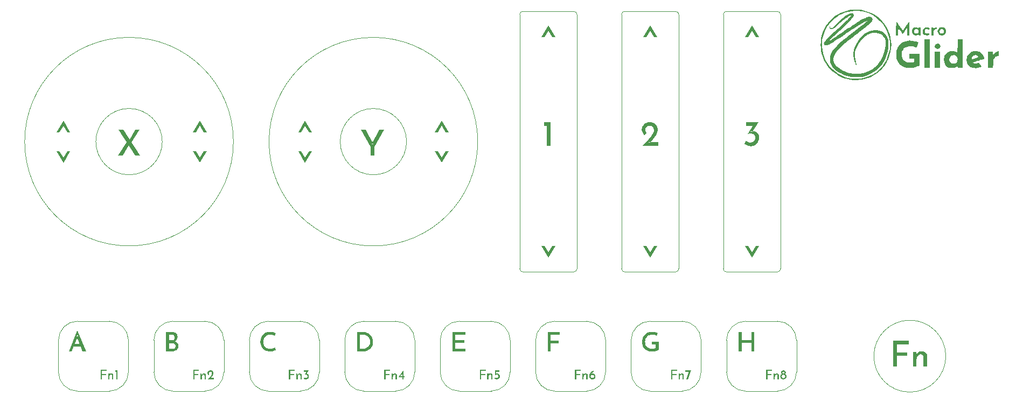
<source format=gto>
G04 #@! TF.GenerationSoftware,KiCad,Pcbnew,8.0.2*
G04 #@! TF.CreationDate,2024-05-04T10:06:42+05:30*
G04 #@! TF.ProjectId,macroglider,6d616372-6f67-46c6-9964-65722e6b6963,V1*
G04 #@! TF.SameCoordinates,Original*
G04 #@! TF.FileFunction,Legend,Top*
G04 #@! TF.FilePolarity,Positive*
%FSLAX46Y46*%
G04 Gerber Fmt 4.6, Leading zero omitted, Abs format (unit mm)*
G04 Created by KiCad (PCBNEW 8.0.2) date 2024-05-04 10:06:42*
%MOMM*%
%LPD*%
G01*
G04 APERTURE LIST*
%ADD10C,0.100000*%
%ADD11C,0.000000*%
%ADD12C,1.600000*%
%ADD13C,2.700000*%
G04 APERTURE END LIST*
D10*
X183500000Y-103250000D02*
G75*
G02*
X183000000Y-103750000I-500000J0D01*
G01*
X97000000Y-114500000D02*
X97000000Y-119500000D01*
X169000000Y-111500000D02*
G75*
G02*
X172000000Y-114500000I0J-3000000D01*
G01*
X176000000Y-119500000D02*
X176000000Y-114500000D01*
X202000000Y-114500000D02*
X202000000Y-119500000D01*
X167000000Y-103750000D02*
X159000000Y-103750000D01*
X127000000Y-114500000D02*
X127000000Y-119500000D01*
X154000000Y-122500000D02*
X149000000Y-122500000D01*
X134000000Y-111500000D02*
X139000000Y-111500000D01*
X101000000Y-114500000D02*
G75*
G02*
X104000000Y-111500000I3000000J0D01*
G01*
X116000000Y-119500000D02*
X116000000Y-114500000D01*
X167000000Y-62750000D02*
G75*
G02*
X167500000Y-63250000I0J-500000D01*
G01*
X167500000Y-63250000D02*
X167500000Y-103250000D01*
X191000000Y-103750000D02*
G75*
G02*
X190500000Y-103250000I0J500000D01*
G01*
X142000000Y-114500000D02*
X142000000Y-119500000D01*
X140716736Y-83250000D02*
G75*
G02*
X130283264Y-83250000I-5216736J0D01*
G01*
X130283264Y-83250000D02*
G75*
G02*
X140716736Y-83250000I5216736J0D01*
G01*
X174500000Y-103250000D02*
X174500000Y-63250000D01*
X179000000Y-122500000D02*
G75*
G02*
X176000000Y-119500000I0J3000000D01*
G01*
X131000000Y-114500000D02*
G75*
G02*
X134000000Y-111500000I3000000J0D01*
G01*
X157000000Y-119500000D02*
G75*
G02*
X154000000Y-122500000I-3000000J0D01*
G01*
X169000000Y-122500000D02*
X164000000Y-122500000D01*
X164000000Y-122500000D02*
G75*
G02*
X161000000Y-119500000I0J3000000D01*
G01*
X184000000Y-111500000D02*
G75*
G02*
X187000000Y-114500000I0J-3000000D01*
G01*
X175000000Y-103750000D02*
G75*
G02*
X174500000Y-103250000I0J500000D01*
G01*
X184000000Y-122500000D02*
X179000000Y-122500000D01*
X124000000Y-111500000D02*
G75*
G02*
X127000000Y-114500000I0J-3000000D01*
G01*
X194000000Y-122500000D02*
G75*
G02*
X191000000Y-119500000I0J3000000D01*
G01*
X146000000Y-119500000D02*
X146000000Y-114500000D01*
X86000000Y-119500000D02*
X86000000Y-114500000D01*
X199000000Y-103750000D02*
X191000000Y-103750000D01*
X167500000Y-103250000D02*
G75*
G02*
X167000000Y-103750000I-500000J0D01*
G01*
X104000000Y-122500000D02*
G75*
G02*
X101000000Y-119500000I0J3000000D01*
G01*
X199000000Y-122500000D02*
X194000000Y-122500000D01*
X89000000Y-122500000D02*
G75*
G02*
X86000000Y-119500000I0J3000000D01*
G01*
X113500000Y-83250000D02*
G75*
G02*
X80697562Y-83250000I-16401219J0D01*
G01*
X80697562Y-83250000D02*
G75*
G02*
X113500000Y-83250000I16401219J0D01*
G01*
X199000000Y-62750000D02*
G75*
G02*
X199500000Y-63250000I0J-500000D01*
G01*
X102315517Y-83250000D02*
G75*
G02*
X91882045Y-83250000I-5216736J0D01*
G01*
X91882045Y-83250000D02*
G75*
G02*
X102315517Y-83250000I5216736J0D01*
G01*
X97000000Y-119500000D02*
G75*
G02*
X94000000Y-122500000I-3000000J0D01*
G01*
X191000000Y-62750000D02*
X199000000Y-62750000D01*
X183500000Y-63250000D02*
X183500000Y-103250000D01*
X94000000Y-122500000D02*
X89000000Y-122500000D01*
X175000000Y-62750000D02*
X183000000Y-62750000D01*
X191000000Y-114500000D02*
G75*
G02*
X194000000Y-111500000I3000000J0D01*
G01*
X164000000Y-111500000D02*
X169000000Y-111500000D01*
X183000000Y-103750000D02*
X175000000Y-103750000D01*
X112000000Y-119500000D02*
G75*
G02*
X109000000Y-122500000I-3000000J0D01*
G01*
X124000000Y-122500000D02*
X119000000Y-122500000D01*
X187000000Y-114500000D02*
X187000000Y-119500000D01*
X131000000Y-119500000D02*
X131000000Y-114500000D01*
X199000000Y-111500000D02*
G75*
G02*
X202000000Y-114500000I0J-3000000D01*
G01*
X86000000Y-114500000D02*
G75*
G02*
X89000000Y-111500000I3000000J0D01*
G01*
X119000000Y-111500000D02*
X124000000Y-111500000D01*
X149000000Y-122500000D02*
G75*
G02*
X146000000Y-119500000I0J3000000D01*
G01*
X174500000Y-63250000D02*
G75*
G02*
X175000000Y-62750000I500000J0D01*
G01*
X112000000Y-114500000D02*
X112000000Y-119500000D01*
X94000000Y-111500000D02*
G75*
G02*
X97000000Y-114500000I0J-3000000D01*
G01*
X127000000Y-119500000D02*
G75*
G02*
X124000000Y-122500000I-3000000J0D01*
G01*
X139000000Y-122500000D02*
X134000000Y-122500000D01*
X157000000Y-114500000D02*
X157000000Y-119500000D01*
X109000000Y-122500000D02*
X104000000Y-122500000D01*
X161000000Y-119500000D02*
X161000000Y-114500000D01*
X158500000Y-63250000D02*
G75*
G02*
X159000000Y-62750000I500000J0D01*
G01*
X116000000Y-114500000D02*
G75*
G02*
X119000000Y-111500000I3000000J0D01*
G01*
X142000000Y-119500000D02*
G75*
G02*
X139000000Y-122500000I-3000000J0D01*
G01*
X151901219Y-83250000D02*
G75*
G02*
X119098781Y-83250000I-16401219J0D01*
G01*
X119098781Y-83250000D02*
G75*
G02*
X151901219Y-83250000I16401219J0D01*
G01*
X134000000Y-122500000D02*
G75*
G02*
X131000000Y-119500000I0J3000000D01*
G01*
X191000000Y-119500000D02*
X191000000Y-114500000D01*
X187000000Y-119500000D02*
G75*
G02*
X184000000Y-122500000I-3000000J0D01*
G01*
X202000000Y-119500000D02*
G75*
G02*
X199000000Y-122500000I-3000000J0D01*
G01*
X199500000Y-63250000D02*
X199500000Y-103250000D01*
X119000000Y-122500000D02*
G75*
G02*
X116000000Y-119500000I0J3000000D01*
G01*
X159000000Y-62750000D02*
X167000000Y-62750000D01*
X154000000Y-111500000D02*
G75*
G02*
X157000000Y-114500000I0J-3000000D01*
G01*
X190500000Y-63250000D02*
G75*
G02*
X191000000Y-62750000I500000J0D01*
G01*
X199500000Y-103250000D02*
G75*
G02*
X199000000Y-103750000I-500000J0D01*
G01*
X146000000Y-114500000D02*
G75*
G02*
X149000000Y-111500000I3000000J0D01*
G01*
X101000000Y-119500000D02*
X101000000Y-114500000D01*
X89000000Y-111500000D02*
X94000000Y-111500000D01*
X104000000Y-111500000D02*
X109000000Y-111500000D01*
X190500000Y-103250000D02*
X190500000Y-63250000D01*
X225466854Y-117000000D02*
G75*
G02*
X214153146Y-117000000I-5656854J0D01*
G01*
X214153146Y-117000000D02*
G75*
G02*
X225466854Y-117000000I5656854J0D01*
G01*
X161000000Y-114500000D02*
G75*
G02*
X164000000Y-111500000I3000000J0D01*
G01*
X109000000Y-111500000D02*
G75*
G02*
X112000000Y-114500000I0J-3000000D01*
G01*
X172000000Y-119500000D02*
G75*
G02*
X169000000Y-122500000I-3000000J0D01*
G01*
X194000000Y-111500000D02*
X199000000Y-111500000D01*
X183000000Y-62750000D02*
G75*
G02*
X183500000Y-63250000I0J-500000D01*
G01*
X172000000Y-114500000D02*
X172000000Y-119500000D01*
X139000000Y-111500000D02*
G75*
G02*
X142000000Y-114500000I0J-3000000D01*
G01*
X176000000Y-114500000D02*
G75*
G02*
X179000000Y-111500000I3000000J0D01*
G01*
X179000000Y-111500000D02*
X184000000Y-111500000D01*
X149000000Y-111500000D02*
X154000000Y-111500000D01*
X158500000Y-103250000D02*
X158500000Y-63250000D01*
X159000000Y-103750000D02*
G75*
G02*
X158500000Y-103250000I0J500000D01*
G01*
G36*
X167187334Y-119099890D02*
G01*
X168098849Y-119099890D01*
X168098849Y-119312015D01*
X167406054Y-119312015D01*
X167406054Y-119774000D01*
X168010555Y-119774000D01*
X168010555Y-119983927D01*
X167406054Y-119983927D01*
X167406054Y-120622500D01*
X167187334Y-120622500D01*
X167187334Y-119099890D01*
G37*
G36*
X168531159Y-119744691D02*
G01*
X168550210Y-119948389D01*
X168541783Y-119919080D01*
X168580595Y-119853495D01*
X168633832Y-119798523D01*
X168677338Y-119767772D01*
X168745419Y-119735441D01*
X168821206Y-119716531D01*
X168896790Y-119710985D01*
X168969891Y-119718069D01*
X169040385Y-119742226D01*
X169100489Y-119783525D01*
X169149415Y-119844267D01*
X169176395Y-119917683D01*
X169182188Y-119973668D01*
X169182188Y-120622500D01*
X168970063Y-120622500D01*
X168970063Y-120046941D01*
X168953605Y-119972581D01*
X168930129Y-119937032D01*
X168866645Y-119899022D01*
X168812893Y-119891603D01*
X168734514Y-119904637D01*
X168666439Y-119943741D01*
X168626780Y-119984293D01*
X168587560Y-120047112D01*
X168562866Y-120120163D01*
X168553061Y-120194657D01*
X168552408Y-120221331D01*
X168552408Y-120622500D01*
X168340283Y-120622500D01*
X168340283Y-119744691D01*
X168531159Y-119744691D01*
G37*
G36*
X170204344Y-119383456D02*
G01*
X170132619Y-119420464D01*
X170066189Y-119459681D01*
X170005053Y-119501107D01*
X169941666Y-119551156D01*
X169919679Y-119570668D01*
X169865847Y-119623333D01*
X169813222Y-119683237D01*
X169769002Y-119743838D01*
X169744191Y-119784624D01*
X169715999Y-119841750D01*
X169760505Y-119801554D01*
X169766173Y-119797447D01*
X169835462Y-119760319D01*
X169909422Y-119739940D01*
X169984918Y-119732489D01*
X170002844Y-119732234D01*
X170081326Y-119740220D01*
X170156305Y-119764177D01*
X170204344Y-119789021D01*
X170265086Y-119832961D01*
X170317342Y-119887205D01*
X170357484Y-119945458D01*
X170391067Y-120017302D01*
X170409499Y-120088399D01*
X170416412Y-120165007D01*
X170416469Y-120172971D01*
X170410992Y-120250357D01*
X170394560Y-120321773D01*
X170363455Y-120394123D01*
X170347226Y-120420999D01*
X170299942Y-120481800D01*
X170244644Y-120533227D01*
X170181332Y-120575280D01*
X170167708Y-120582566D01*
X170097032Y-120612512D01*
X170022851Y-120631367D01*
X169945163Y-120639130D01*
X169929205Y-120639352D01*
X169852128Y-120634049D01*
X169779166Y-120618139D01*
X169710319Y-120591622D01*
X169673849Y-120572308D01*
X169613261Y-120529839D01*
X169560093Y-120478271D01*
X169514343Y-120417603D01*
X169492132Y-120379966D01*
X169459723Y-120305781D01*
X169439819Y-120233269D01*
X169428296Y-120154575D01*
X169427918Y-120145860D01*
X169651867Y-120145860D01*
X169651867Y-120185793D01*
X169663111Y-120258668D01*
X169687404Y-120311823D01*
X169735678Y-120370581D01*
X169784124Y-120406345D01*
X169853164Y-120434073D01*
X169920778Y-120441882D01*
X169999724Y-120431732D01*
X170069499Y-120401284D01*
X170110921Y-120369708D01*
X170158921Y-120308348D01*
X170184767Y-120233077D01*
X170189690Y-120175169D01*
X170180382Y-120099901D01*
X170148998Y-120030530D01*
X170110921Y-119987224D01*
X170047260Y-119944359D01*
X169974428Y-119921278D01*
X169920778Y-119916882D01*
X169844623Y-119925464D01*
X169784124Y-119947290D01*
X169720688Y-119991279D01*
X169687404Y-120030455D01*
X169656864Y-120100093D01*
X169651867Y-120145860D01*
X169427918Y-120145860D01*
X169425087Y-120080647D01*
X169429232Y-120006030D01*
X169441664Y-119933441D01*
X169462385Y-119862881D01*
X169477477Y-119824558D01*
X169510022Y-119757122D01*
X169548305Y-119692062D01*
X169592325Y-119629378D01*
X169619260Y-119595580D01*
X169671428Y-119536477D01*
X169727362Y-119479519D01*
X169787064Y-119424705D01*
X169821860Y-119395179D01*
X169879173Y-119349429D01*
X169944909Y-119300260D01*
X170011979Y-119253525D01*
X170057432Y-119223721D01*
X170204344Y-119383456D01*
G37*
G36*
X194408000Y-99657362D02*
G01*
X195016898Y-100707362D01*
X195630191Y-99657362D01*
X196088147Y-99657362D01*
X195016898Y-101517760D01*
X193946381Y-99657362D01*
X194408000Y-99657362D01*
G37*
G36*
X137207850Y-119099890D02*
G01*
X138119365Y-119099890D01*
X138119365Y-119312015D01*
X137426570Y-119312015D01*
X137426570Y-119774000D01*
X138031071Y-119774000D01*
X138031071Y-119983927D01*
X137426570Y-119983927D01*
X137426570Y-120622500D01*
X137207850Y-120622500D01*
X137207850Y-119099890D01*
G37*
G36*
X138551675Y-119744691D02*
G01*
X138570726Y-119948389D01*
X138562299Y-119919080D01*
X138601111Y-119853495D01*
X138654348Y-119798523D01*
X138697854Y-119767772D01*
X138765935Y-119735441D01*
X138841722Y-119716531D01*
X138917306Y-119710985D01*
X138990407Y-119718069D01*
X139060901Y-119742226D01*
X139121005Y-119783525D01*
X139169931Y-119844267D01*
X139196911Y-119917683D01*
X139202704Y-119973668D01*
X139202704Y-120622500D01*
X138990579Y-120622500D01*
X138990579Y-120046941D01*
X138974121Y-119972581D01*
X138950645Y-119937032D01*
X138887161Y-119899022D01*
X138833409Y-119891603D01*
X138755030Y-119904637D01*
X138686955Y-119943741D01*
X138647296Y-119984293D01*
X138608076Y-120047112D01*
X138583382Y-120120163D01*
X138573577Y-120194657D01*
X138572924Y-120221331D01*
X138572924Y-120622500D01*
X138360799Y-120622500D01*
X138360799Y-119744691D01*
X138551675Y-119744691D01*
G37*
G36*
X140247941Y-120124977D02*
G01*
X140426361Y-120124977D01*
X140426361Y-120292772D01*
X140247941Y-120292772D01*
X140247941Y-120622500D01*
X140027390Y-120622500D01*
X140027390Y-120292772D01*
X139395411Y-120292772D01*
X139395411Y-120290573D01*
X139527173Y-120124977D01*
X139724617Y-120124977D01*
X140027390Y-120124977D01*
X140027390Y-119732024D01*
X139724617Y-120124977D01*
X139527173Y-120124977D01*
X140245743Y-119221889D01*
X140247941Y-119221889D01*
X140247941Y-120124977D01*
G37*
G36*
X107623471Y-84716922D02*
G01*
X108233101Y-85762526D01*
X108845662Y-84716922D01*
X109303618Y-84716922D01*
X108233101Y-86577320D01*
X107161852Y-84716922D01*
X107623471Y-84716922D01*
G37*
G36*
X108841999Y-81755233D02*
G01*
X108233101Y-80705233D01*
X107619808Y-81755233D01*
X107161852Y-81755233D01*
X108233101Y-79894835D01*
X109303618Y-81755233D01*
X108841999Y-81755233D01*
G37*
G36*
X163626528Y-66848500D02*
G01*
X163016898Y-65802897D01*
X162404337Y-66848500D01*
X161946381Y-66848500D01*
X163016898Y-64988102D01*
X164088147Y-66848500D01*
X163626528Y-66848500D01*
G37*
G36*
X195626528Y-66848500D02*
G01*
X195016898Y-65802897D01*
X194404337Y-66848500D01*
X193946381Y-66848500D01*
X195016898Y-64988102D01*
X196088147Y-66848500D01*
X195626528Y-66848500D01*
G37*
G36*
X162368877Y-80219979D02*
G01*
X163354641Y-80219979D01*
X163354641Y-83910000D01*
X162766504Y-83910000D01*
X162766504Y-80785645D01*
X162368877Y-80785645D01*
X162368877Y-80219979D01*
G37*
G36*
X145623471Y-84716922D02*
G01*
X146233101Y-85762526D01*
X146845662Y-84716922D01*
X147303618Y-84716922D01*
X146233101Y-86577320D01*
X145161852Y-84716922D01*
X145623471Y-84716922D01*
G37*
G36*
X146841999Y-81755233D02*
G01*
X146233101Y-80705233D01*
X145619808Y-81755233D01*
X145161852Y-81755233D01*
X146233101Y-79894835D01*
X147303618Y-81755233D01*
X146841999Y-81755233D01*
G37*
G36*
X217215164Y-114599706D02*
G01*
X219645868Y-114599706D01*
X219645868Y-115165373D01*
X217798416Y-115165373D01*
X217798416Y-116397334D01*
X219410418Y-116397334D01*
X219410418Y-116957138D01*
X217798416Y-116957138D01*
X217798416Y-118660000D01*
X217215164Y-118660000D01*
X217215164Y-114599706D01*
G37*
G36*
X220798695Y-116319176D02*
G01*
X220849497Y-116862372D01*
X220827027Y-116784214D01*
X220930525Y-116609321D01*
X221072491Y-116462730D01*
X221188506Y-116380725D01*
X221370056Y-116294510D01*
X221572155Y-116244083D01*
X221773712Y-116229295D01*
X221968648Y-116248185D01*
X222156631Y-116312602D01*
X222316908Y-116422735D01*
X222447380Y-116584714D01*
X222519324Y-116780490D01*
X222534773Y-116929783D01*
X222534773Y-118660000D01*
X221969106Y-118660000D01*
X221969106Y-117125177D01*
X221925219Y-116926883D01*
X221862617Y-116832086D01*
X221693326Y-116730725D01*
X221549986Y-116710942D01*
X221340975Y-116745700D01*
X221159441Y-116849977D01*
X221053684Y-116958115D01*
X220949099Y-117125632D01*
X220883248Y-117320434D01*
X220857102Y-117519087D01*
X220855359Y-117590216D01*
X220855359Y-118660000D01*
X220289693Y-118660000D01*
X220289693Y-116319176D01*
X220798695Y-116319176D01*
G37*
G36*
X103901074Y-113206426D02*
G01*
X104053590Y-113226364D01*
X104213945Y-113266425D01*
X104355365Y-113324578D01*
X104461514Y-113388824D01*
X104577239Y-113495939D01*
X104659900Y-113628243D01*
X104709497Y-113785734D01*
X104725770Y-113944200D01*
X104726029Y-113968412D01*
X104714938Y-114116475D01*
X104677117Y-114263806D01*
X104612456Y-114394860D01*
X104514602Y-114518027D01*
X104391401Y-114619350D01*
X104319032Y-114661027D01*
X104326692Y-114663771D01*
X104460302Y-114727849D01*
X104589589Y-114814002D01*
X104698697Y-114915897D01*
X104727494Y-114949535D01*
X104812597Y-115083195D01*
X104862374Y-115233305D01*
X104876971Y-115384043D01*
X104866754Y-115534846D01*
X104832305Y-115681386D01*
X104790509Y-115778984D01*
X104704136Y-115910457D01*
X104595042Y-116018930D01*
X104559699Y-116045697D01*
X104425962Y-116125078D01*
X104288466Y-116180203D01*
X104232170Y-116196639D01*
X104081511Y-116227951D01*
X103926015Y-116243299D01*
X103852616Y-116245000D01*
X102932309Y-116245000D01*
X102932309Y-115837602D01*
X103369748Y-115837602D01*
X103831367Y-115837602D01*
X103978786Y-115826941D01*
X104123921Y-115790584D01*
X104251221Y-115728426D01*
X104362708Y-115619646D01*
X104417358Y-115470717D01*
X104423412Y-115388440D01*
X104400331Y-115238047D01*
X104331088Y-115123925D01*
X104211227Y-115032503D01*
X104095882Y-114985439D01*
X103950985Y-114953565D01*
X103802058Y-114942941D01*
X103369748Y-114942941D01*
X103369748Y-115837602D01*
X102932309Y-115837602D01*
X102932309Y-114518691D01*
X103369748Y-114518691D01*
X103814515Y-114518691D01*
X103963829Y-114502587D01*
X104100553Y-114442029D01*
X104163293Y-114382404D01*
X104237926Y-114253755D01*
X104270764Y-114106314D01*
X104272470Y-114060736D01*
X104252686Y-113908031D01*
X104179596Y-113773111D01*
X104131786Y-113729542D01*
X104001880Y-113661227D01*
X103854276Y-113629078D01*
X103755896Y-113624030D01*
X103369748Y-113624030D01*
X103369748Y-114518691D01*
X102932309Y-114518691D01*
X102932309Y-113199780D01*
X103734647Y-113199780D01*
X103901074Y-113206426D01*
G37*
G36*
X125376528Y-81783077D02*
G01*
X124766898Y-80737474D01*
X124154337Y-81783077D01*
X123696381Y-81783077D01*
X124766898Y-79922679D01*
X125838147Y-81783077D01*
X125376528Y-81783077D01*
G37*
G36*
X124158000Y-84744766D02*
G01*
X124766898Y-85794766D01*
X125380191Y-84744766D01*
X125838147Y-84744766D01*
X124766898Y-86605164D01*
X123696381Y-84744766D01*
X124158000Y-84744766D01*
G37*
G36*
X147932309Y-113199780D02*
G01*
X149927529Y-113199780D01*
X149927529Y-113624030D01*
X148369748Y-113624030D01*
X148369748Y-114501838D01*
X149759734Y-114501838D01*
X149759734Y-114926088D01*
X148369748Y-114926088D01*
X148369748Y-115820750D01*
X149986147Y-115820750D01*
X149986147Y-116245000D01*
X147932309Y-116245000D01*
X147932309Y-113199780D01*
G37*
G36*
X179626528Y-66848500D02*
G01*
X179016898Y-65802897D01*
X178404337Y-66848500D01*
X177946381Y-66848500D01*
X179016898Y-64988102D01*
X180088147Y-66848500D01*
X179626528Y-66848500D01*
G37*
G36*
X135048116Y-84121549D02*
G01*
X133547488Y-81399706D01*
X134269470Y-81399706D01*
X135451605Y-83617431D01*
X135266958Y-83629155D01*
X136437370Y-81399706D01*
X137153490Y-81399706D01*
X135636253Y-84121549D01*
X135636253Y-85460000D01*
X135048116Y-85460000D01*
X135048116Y-84121549D01*
G37*
G36*
X133942336Y-113204597D02*
G01*
X134097737Y-113219048D01*
X134243350Y-113243134D01*
X134400859Y-113283410D01*
X134545045Y-113336800D01*
X134677244Y-113400879D01*
X134814505Y-113485016D01*
X134937020Y-113580786D01*
X135044788Y-113688188D01*
X135057222Y-113702431D01*
X135149409Y-113819760D01*
X135237025Y-113958979D01*
X135307601Y-114105850D01*
X135345184Y-114208014D01*
X135389105Y-114363869D01*
X135418652Y-114519839D01*
X135433825Y-114675925D01*
X135436043Y-114762690D01*
X135428532Y-114928653D01*
X135406001Y-115086556D01*
X135368449Y-115236399D01*
X135315875Y-115378182D01*
X135250342Y-115510485D01*
X135162713Y-115647174D01*
X135060362Y-115770996D01*
X134983949Y-115846395D01*
X134859966Y-115947722D01*
X134726246Y-116034907D01*
X134582789Y-116107949D01*
X134498883Y-116142418D01*
X134343183Y-116192005D01*
X134182731Y-116225365D01*
X134036116Y-116241393D01*
X133923691Y-116245000D01*
X132932309Y-116245000D01*
X132932309Y-115820750D01*
X133369748Y-115820750D01*
X133840160Y-115820750D01*
X134001086Y-115812873D01*
X134152669Y-115789242D01*
X134294910Y-115749858D01*
X134427808Y-115694720D01*
X134563544Y-115614555D01*
X134682240Y-115515843D01*
X134783895Y-115398584D01*
X134833007Y-115325425D01*
X134905264Y-115179888D01*
X134949640Y-115036605D01*
X134975331Y-114880225D01*
X134982484Y-114732648D01*
X134975007Y-114578403D01*
X134949161Y-114421296D01*
X134904854Y-114279215D01*
X134887962Y-114239521D01*
X134815792Y-114104941D01*
X134720669Y-113977481D01*
X134638101Y-113895139D01*
X134516239Y-113802609D01*
X134383661Y-113729451D01*
X134289323Y-113691441D01*
X134143109Y-113650362D01*
X133994628Y-113628243D01*
X133894382Y-113624030D01*
X133369748Y-113624030D01*
X133369748Y-115820750D01*
X132932309Y-115820750D01*
X132932309Y-113199780D01*
X133777145Y-113199780D01*
X133942336Y-113204597D01*
G37*
G36*
X195996510Y-80219979D02*
G01*
X195033217Y-81810488D01*
X194692254Y-81642449D01*
X194887190Y-81584518D01*
X195016608Y-81575038D01*
X195220795Y-81584075D01*
X195419120Y-81622909D01*
X195605478Y-81694717D01*
X195771807Y-81804626D01*
X195912735Y-81955324D01*
X196015131Y-82136088D01*
X196020935Y-82149497D01*
X196081027Y-82341383D01*
X196109306Y-82549135D01*
X196113747Y-82683900D01*
X196099605Y-82895922D01*
X196057178Y-83091252D01*
X195976864Y-83288707D01*
X195934961Y-83361919D01*
X195811676Y-83527431D01*
X195665302Y-83667375D01*
X195495839Y-83781749D01*
X195459176Y-83801556D01*
X195267541Y-83882442D01*
X195063884Y-83933370D01*
X194848206Y-83954341D01*
X194803628Y-83954940D01*
X194601716Y-83939278D01*
X194398979Y-83892292D01*
X194263363Y-83843565D01*
X194073403Y-83749822D01*
X193910921Y-83637119D01*
X193817864Y-83551451D01*
X194114863Y-83069804D01*
X194263979Y-83207373D01*
X194400139Y-83291577D01*
X194591137Y-83364849D01*
X194792882Y-83389274D01*
X195000106Y-83361384D01*
X195185075Y-83277716D01*
X195296022Y-83190949D01*
X195417279Y-83037074D01*
X195488203Y-82849489D01*
X195509002Y-82649706D01*
X195487876Y-82453370D01*
X195408435Y-82260628D01*
X195330216Y-82163175D01*
X195162702Y-82046785D01*
X194968574Y-81992014D01*
X194837822Y-81983412D01*
X194640268Y-81994033D01*
X194568178Y-82005882D01*
X194378417Y-82059504D01*
X194372784Y-82061570D01*
X194350314Y-82040076D01*
X195190509Y-80706510D01*
X195369295Y-80785645D01*
X194047452Y-80785645D01*
X194047452Y-80219979D01*
X195996510Y-80219979D01*
G37*
G36*
X122237159Y-119099890D02*
G01*
X123148674Y-119099890D01*
X123148674Y-119312015D01*
X122455879Y-119312015D01*
X122455879Y-119774000D01*
X123060380Y-119774000D01*
X123060380Y-119983927D01*
X122455879Y-119983927D01*
X122455879Y-120622500D01*
X122237159Y-120622500D01*
X122237159Y-119099890D01*
G37*
G36*
X123580984Y-119744691D02*
G01*
X123600035Y-119948389D01*
X123591608Y-119919080D01*
X123630420Y-119853495D01*
X123683657Y-119798523D01*
X123727163Y-119767772D01*
X123795244Y-119735441D01*
X123871031Y-119716531D01*
X123946615Y-119710985D01*
X124019716Y-119718069D01*
X124090210Y-119742226D01*
X124150314Y-119783525D01*
X124199240Y-119844267D01*
X124226220Y-119917683D01*
X124232013Y-119973668D01*
X124232013Y-120622500D01*
X124019888Y-120622500D01*
X124019888Y-120046941D01*
X124003430Y-119972581D01*
X123979954Y-119937032D01*
X123916470Y-119899022D01*
X123862718Y-119891603D01*
X123784339Y-119904637D01*
X123716264Y-119943741D01*
X123676605Y-119984293D01*
X123637385Y-120047112D01*
X123612691Y-120120163D01*
X123602886Y-120194657D01*
X123602233Y-120221331D01*
X123602233Y-120622500D01*
X123390108Y-120622500D01*
X123390108Y-119744691D01*
X123580984Y-119744691D01*
G37*
G36*
X125323412Y-119238742D02*
G01*
X124962177Y-119835183D01*
X124834316Y-119772168D01*
X124907417Y-119750444D01*
X124955949Y-119746889D01*
X125032519Y-119750278D01*
X125106891Y-119764841D01*
X125176775Y-119791769D01*
X125239148Y-119832984D01*
X125291996Y-119889496D01*
X125330395Y-119957283D01*
X125332571Y-119962311D01*
X125355106Y-120034268D01*
X125365710Y-120112175D01*
X125367376Y-120162712D01*
X125362072Y-120242221D01*
X125346162Y-120315469D01*
X125316045Y-120389515D01*
X125300331Y-120416969D01*
X125254099Y-120479036D01*
X125199209Y-120531515D01*
X125135660Y-120574406D01*
X125121912Y-120581833D01*
X125050048Y-120612165D01*
X124973677Y-120631264D01*
X124892798Y-120639128D01*
X124876081Y-120639352D01*
X124800364Y-120633479D01*
X124724338Y-120615859D01*
X124673482Y-120597587D01*
X124602247Y-120562433D01*
X124541316Y-120520169D01*
X124506420Y-120488044D01*
X124617794Y-120307426D01*
X124673713Y-120359015D01*
X124724773Y-120390591D01*
X124796397Y-120418068D01*
X124872051Y-120427227D01*
X124949761Y-120416769D01*
X125019124Y-120385393D01*
X125060729Y-120352855D01*
X125106200Y-120295152D01*
X125132797Y-120224808D01*
X125140596Y-120149890D01*
X125132674Y-120076263D01*
X125102884Y-120003985D01*
X125073552Y-119967440D01*
X125010734Y-119923794D01*
X124937936Y-119903255D01*
X124888904Y-119900029D01*
X124814821Y-119904012D01*
X124787787Y-119908456D01*
X124716627Y-119928564D01*
X124714515Y-119929338D01*
X124706088Y-119921278D01*
X125021162Y-119421191D01*
X125088206Y-119450867D01*
X124592515Y-119450867D01*
X124592515Y-119238742D01*
X125323412Y-119238742D01*
G37*
G36*
X120175191Y-116014190D02*
G01*
X120041225Y-116090389D01*
X119971493Y-116125565D01*
X119827878Y-116185648D01*
X119682981Y-116231009D01*
X119660816Y-116236939D01*
X119510827Y-116266102D01*
X119362930Y-116278209D01*
X119272470Y-116278705D01*
X119119964Y-116271172D01*
X118954516Y-116248823D01*
X118798503Y-116211821D01*
X118651922Y-116160163D01*
X118634263Y-116152676D01*
X118498663Y-116086226D01*
X118373229Y-116008511D01*
X118244268Y-115907616D01*
X118152861Y-115819284D01*
X118048172Y-115694831D01*
X117958321Y-115560525D01*
X117883308Y-115416366D01*
X117848046Y-115332020D01*
X117802204Y-115192069D01*
X117769460Y-115047721D01*
X117749814Y-114898977D01*
X117743265Y-114745837D01*
X117748595Y-114597869D01*
X117767737Y-114435375D01*
X117800802Y-114279934D01*
X117847788Y-114131545D01*
X117854640Y-114113492D01*
X117915960Y-113974274D01*
X117988546Y-113844581D01*
X118083671Y-113710062D01*
X118167515Y-113613771D01*
X118287009Y-113501780D01*
X118417980Y-113404858D01*
X118560426Y-113323005D01*
X118644521Y-113284043D01*
X118785251Y-113232432D01*
X118932667Y-113195566D01*
X119086769Y-113173447D01*
X119247557Y-113166074D01*
X119399354Y-113172102D01*
X119558637Y-113192939D01*
X119708045Y-113228659D01*
X119750942Y-113242278D01*
X119898619Y-113296675D01*
X120040368Y-113361745D01*
X120133426Y-113414469D01*
X119956838Y-113825530D01*
X119830249Y-113748990D01*
X119689440Y-113680749D01*
X119656420Y-113666528D01*
X119517213Y-113620091D01*
X119366671Y-113595087D01*
X119260013Y-113590324D01*
X119102749Y-113602322D01*
X118952439Y-113638315D01*
X118809085Y-113698303D01*
X118732449Y-113741999D01*
X118604441Y-113835250D01*
X118491619Y-113945194D01*
X118393982Y-114071830D01*
X118346301Y-114149396D01*
X118276169Y-114298282D01*
X118233099Y-114439092D01*
X118208163Y-114587870D01*
X118201221Y-114724588D01*
X118209464Y-114881987D01*
X118234193Y-115031051D01*
X118275409Y-115171781D01*
X118333112Y-115304176D01*
X118416465Y-115439796D01*
X118517322Y-115558144D01*
X118635682Y-115659220D01*
X118709002Y-115707909D01*
X118852858Y-115778749D01*
X119009930Y-115826405D01*
X119160643Y-115849303D01*
X119280530Y-115854455D01*
X119435567Y-115846057D01*
X119589492Y-115817738D01*
X119694521Y-115783381D01*
X119828901Y-115721651D01*
X119956907Y-115642010D01*
X119986147Y-115619249D01*
X120175191Y-116014190D01*
G37*
G36*
X180330530Y-115976088D02*
G01*
X180207569Y-116058520D01*
X180153942Y-116085997D01*
X180018187Y-116143751D01*
X179900418Y-116184183D01*
X179758086Y-116223384D01*
X179612456Y-116253060D01*
X179461301Y-116273070D01*
X179335484Y-116278705D01*
X179186399Y-116273947D01*
X179015902Y-116255674D01*
X178854576Y-116223697D01*
X178702420Y-116178016D01*
X178559435Y-116118631D01*
X178491381Y-116083799D01*
X178363234Y-116005515D01*
X178228054Y-115901746D01*
X178108302Y-115784583D01*
X178003976Y-115654026D01*
X177938904Y-115552571D01*
X177862674Y-115401012D01*
X177805167Y-115240618D01*
X177770777Y-115096104D01*
X177750143Y-114945099D01*
X177743265Y-114787602D01*
X177749191Y-114620982D01*
X177766967Y-114462846D01*
X177796595Y-114313196D01*
X177838074Y-114172030D01*
X177867096Y-114095174D01*
X177935240Y-113949911D01*
X178015108Y-113816737D01*
X178106699Y-113695654D01*
X178210013Y-113586660D01*
X178322991Y-113489894D01*
X178443571Y-113405493D01*
X178571752Y-113333457D01*
X178707536Y-113273785D01*
X178849365Y-113226662D01*
X178995682Y-113193002D01*
X179146486Y-113172806D01*
X179301779Y-113166074D01*
X179452153Y-113171059D01*
X179611350Y-113188289D01*
X179762246Y-113217827D01*
X179805896Y-113229089D01*
X179957651Y-113276394D01*
X180095553Y-113331665D01*
X180208897Y-113388824D01*
X180062351Y-113796221D01*
X179927787Y-113729820D01*
X179854256Y-113701699D01*
X179712164Y-113658267D01*
X179597801Y-113632822D01*
X179449188Y-113611409D01*
X179356734Y-113607177D01*
X179206637Y-113613839D01*
X179045918Y-113637767D01*
X178896739Y-113679097D01*
X178759100Y-113737830D01*
X178742707Y-113746395D01*
X178605664Y-113833625D01*
X178487168Y-113939518D01*
X178387219Y-114064074D01*
X178339706Y-114141336D01*
X178277516Y-114275242D01*
X178233094Y-114421238D01*
X178206441Y-114579324D01*
X178197696Y-114727567D01*
X178197557Y-114749501D01*
X178206579Y-114906533D01*
X178233644Y-115053766D01*
X178285660Y-115207688D01*
X178341905Y-115318831D01*
X178432438Y-115448500D01*
X178540823Y-115561361D01*
X178667060Y-115657413D01*
X178744905Y-115703513D01*
X178879315Y-115764101D01*
X179023892Y-115807377D01*
X179178635Y-115833343D01*
X179343545Y-115841999D01*
X179493387Y-115834672D01*
X179639567Y-115812690D01*
X179781307Y-115772705D01*
X179885764Y-115724030D01*
X179885764Y-115161294D01*
X179293719Y-115161294D01*
X179293719Y-114737044D01*
X180330530Y-114737044D01*
X180330530Y-115976088D01*
G37*
G36*
X95435240Y-81399706D02*
G01*
X96174808Y-81399706D01*
X98823377Y-85460000D01*
X98068178Y-85460000D01*
X95435240Y-81399706D01*
G37*
G36*
X95379553Y-85460000D02*
G01*
X96791277Y-83242274D01*
X97076552Y-83813803D01*
X96102512Y-85460000D01*
X95379553Y-85460000D01*
G37*
G36*
X97099023Y-83024410D02*
G01*
X98062317Y-81399706D01*
X98767690Y-81399706D01*
X97406769Y-83522665D01*
X97099023Y-83024410D01*
G37*
G36*
X178408000Y-99657362D02*
G01*
X179016898Y-100707362D01*
X179630191Y-99657362D01*
X180088147Y-99657362D01*
X179016898Y-101517760D01*
X177946381Y-99657362D01*
X178408000Y-99657362D01*
G37*
G36*
X87376528Y-81783077D02*
G01*
X86766898Y-80737474D01*
X86154337Y-81783077D01*
X85696381Y-81783077D01*
X86766898Y-79922679D01*
X87838147Y-81783077D01*
X87376528Y-81783077D01*
G37*
G36*
X86158000Y-84744766D02*
G01*
X86766898Y-85794766D01*
X87380191Y-84744766D01*
X87838147Y-84744766D01*
X86766898Y-86605164D01*
X85696381Y-84744766D01*
X86158000Y-84744766D01*
G37*
G36*
X152241556Y-119099890D02*
G01*
X153153071Y-119099890D01*
X153153071Y-119312015D01*
X152460276Y-119312015D01*
X152460276Y-119774000D01*
X153064777Y-119774000D01*
X153064777Y-119983927D01*
X152460276Y-119983927D01*
X152460276Y-120622500D01*
X152241556Y-120622500D01*
X152241556Y-119099890D01*
G37*
G36*
X153585381Y-119744691D02*
G01*
X153604432Y-119948389D01*
X153596005Y-119919080D01*
X153634817Y-119853495D01*
X153688054Y-119798523D01*
X153731560Y-119767772D01*
X153799641Y-119735441D01*
X153875428Y-119716531D01*
X153951012Y-119710985D01*
X154024113Y-119718069D01*
X154094607Y-119742226D01*
X154154711Y-119783525D01*
X154203637Y-119844267D01*
X154230617Y-119917683D01*
X154236410Y-119973668D01*
X154236410Y-120622500D01*
X154024285Y-120622500D01*
X154024285Y-120046941D01*
X154007827Y-119972581D01*
X153984351Y-119937032D01*
X153920867Y-119899022D01*
X153867115Y-119891603D01*
X153788736Y-119904637D01*
X153720661Y-119943741D01*
X153681002Y-119984293D01*
X153641782Y-120047112D01*
X153617088Y-120120163D01*
X153607283Y-120194657D01*
X153606630Y-120221331D01*
X153606630Y-120622500D01*
X153394505Y-120622500D01*
X153394505Y-119744691D01*
X153585381Y-119744691D01*
G37*
G36*
X154916382Y-120639352D02*
G01*
X154840548Y-120634417D01*
X154766185Y-120619612D01*
X154699861Y-120597587D01*
X154632759Y-120566370D01*
X154570815Y-120527180D01*
X154532066Y-120494272D01*
X154647471Y-120322081D01*
X154703795Y-120369144D01*
X154759944Y-120399017D01*
X154830012Y-120421823D01*
X154899529Y-120429426D01*
X154975951Y-120419534D01*
X155046415Y-120386492D01*
X155079048Y-120359084D01*
X155124591Y-120294796D01*
X155146024Y-120222788D01*
X155149390Y-120175169D01*
X155141554Y-120097654D01*
X155115133Y-120024152D01*
X155083078Y-119976599D01*
X155024551Y-119928600D01*
X154954970Y-119904062D01*
X154886706Y-119897831D01*
X154813489Y-119903518D01*
X154753350Y-119917981D01*
X154681376Y-119946613D01*
X154622191Y-119977698D01*
X154619993Y-119977698D01*
X154619993Y-119238742D01*
X155285677Y-119238742D01*
X155285677Y-119450867D01*
X154811235Y-119450867D01*
X154811235Y-119782426D01*
X154781926Y-119736264D01*
X154855937Y-119719805D01*
X154858496Y-119719412D01*
X154931966Y-119713238D01*
X154939463Y-119713183D01*
X155016092Y-119718168D01*
X155092943Y-119735399D01*
X155161064Y-119764937D01*
X155179798Y-119776198D01*
X155241291Y-119824239D01*
X155291268Y-119881718D01*
X155326710Y-119942161D01*
X155354869Y-120015406D01*
X155371339Y-120093585D01*
X155376169Y-120168941D01*
X155370302Y-120249169D01*
X155352699Y-120324531D01*
X155323361Y-120395027D01*
X155316085Y-120408543D01*
X155274433Y-120471004D01*
X155224122Y-120524663D01*
X155165153Y-120569521D01*
X155152321Y-120577437D01*
X155084729Y-120610087D01*
X155011557Y-120630645D01*
X154932803Y-120639110D01*
X154916382Y-120639352D01*
G37*
G36*
X162932309Y-113199780D02*
G01*
X164755338Y-113199780D01*
X164755338Y-113624030D01*
X163369748Y-113624030D01*
X163369748Y-114548000D01*
X164578750Y-114548000D01*
X164578750Y-114967854D01*
X163369748Y-114967854D01*
X163369748Y-116245000D01*
X162932309Y-116245000D01*
X162932309Y-113199780D01*
G37*
G36*
X177761201Y-83910000D02*
G01*
X177912002Y-83756774D01*
X178060932Y-83605700D01*
X178207993Y-83456775D01*
X178353184Y-83310002D01*
X178435311Y-83227096D01*
X178575513Y-83083562D01*
X178727386Y-82921812D01*
X178870345Y-82762505D01*
X179004388Y-82605640D01*
X179020517Y-82586203D01*
X179142760Y-82431353D01*
X179264227Y-82259483D01*
X179368693Y-82090085D01*
X179428891Y-81978527D01*
X179508747Y-81795097D01*
X179562428Y-81598393D01*
X179580321Y-81406999D01*
X179559499Y-81209577D01*
X179485555Y-81028911D01*
X179352011Y-80880466D01*
X179236427Y-80811046D01*
X179046579Y-80752313D01*
X178909142Y-80740704D01*
X178708801Y-80761742D01*
X178531054Y-80836448D01*
X178382142Y-80971315D01*
X178321005Y-81067990D01*
X178258927Y-81260568D01*
X178253594Y-81333726D01*
X178271214Y-81529399D01*
X178309282Y-81664919D01*
X178404691Y-81838728D01*
X178471459Y-81916001D01*
X178108025Y-82247194D01*
X177954763Y-82112784D01*
X177877460Y-82003928D01*
X177789179Y-81829279D01*
X177731891Y-81667850D01*
X177690289Y-81470606D01*
X177682066Y-81350334D01*
X177699960Y-81143723D01*
X177753641Y-80947040D01*
X177833497Y-80776852D01*
X177954691Y-80605703D01*
X178110056Y-80457642D01*
X178280949Y-80343077D01*
X178479168Y-80254463D01*
X178679100Y-80202771D01*
X178873944Y-80179140D01*
X179003908Y-80175038D01*
X179218651Y-80191162D01*
X179414694Y-80239533D01*
X179608743Y-80329988D01*
X179625262Y-80340146D01*
X179792875Y-80465895D01*
X179933012Y-80616118D01*
X180036567Y-80773921D01*
X180121113Y-80964633D01*
X180170565Y-81167351D01*
X180185067Y-81362058D01*
X180170461Y-81565648D01*
X180126643Y-81766456D01*
X180053613Y-81964481D01*
X180000419Y-82073293D01*
X179902111Y-82246034D01*
X179791836Y-82417431D01*
X179669592Y-82587486D01*
X179535381Y-82756196D01*
X179394941Y-82924235D01*
X179253036Y-83092274D01*
X179109665Y-83260314D01*
X178964829Y-83428353D01*
X178702024Y-83344333D01*
X180297418Y-83344333D01*
X180297418Y-83910000D01*
X177761201Y-83910000D01*
G37*
G36*
X92641626Y-119099890D02*
G01*
X93553141Y-119099890D01*
X93553141Y-119312015D01*
X92860346Y-119312015D01*
X92860346Y-119774000D01*
X93464847Y-119774000D01*
X93464847Y-119983927D01*
X92860346Y-119983927D01*
X92860346Y-120622500D01*
X92641626Y-120622500D01*
X92641626Y-119099890D01*
G37*
G36*
X93985451Y-119744691D02*
G01*
X94004502Y-119948389D01*
X93996075Y-119919080D01*
X94034887Y-119853495D01*
X94088124Y-119798523D01*
X94131630Y-119767772D01*
X94199711Y-119735441D01*
X94275498Y-119716531D01*
X94351082Y-119710985D01*
X94424183Y-119718069D01*
X94494677Y-119742226D01*
X94554781Y-119783525D01*
X94603707Y-119844267D01*
X94630687Y-119917683D01*
X94636480Y-119973668D01*
X94636480Y-120622500D01*
X94424355Y-120622500D01*
X94424355Y-120046941D01*
X94407897Y-119972581D01*
X94384421Y-119937032D01*
X94320937Y-119899022D01*
X94267185Y-119891603D01*
X94188806Y-119904637D01*
X94120731Y-119943741D01*
X94081072Y-119984293D01*
X94041852Y-120047112D01*
X94017158Y-120120163D01*
X94007353Y-120194657D01*
X94006700Y-120221331D01*
X94006700Y-120622500D01*
X93794575Y-120622500D01*
X93794575Y-119744691D01*
X93985451Y-119744691D01*
G37*
G36*
X94915283Y-119238742D02*
G01*
X95284945Y-119238742D01*
X95284945Y-120622500D01*
X95064393Y-120622500D01*
X95064393Y-119450867D01*
X94915283Y-119450867D01*
X94915283Y-119238742D01*
G37*
G36*
X87617236Y-116245000D02*
G01*
X88957397Y-113073750D01*
X88982309Y-113073750D01*
X90322470Y-116245000D01*
X89813956Y-116245000D01*
X88840160Y-113762515D01*
X89154501Y-113557351D01*
X88054675Y-116245000D01*
X87617236Y-116245000D01*
G37*
G36*
X88428367Y-115102676D02*
G01*
X89520132Y-115102676D01*
X89671074Y-115480764D01*
X88297941Y-115480764D01*
X88428367Y-115102676D01*
G37*
G36*
X195368632Y-113199780D02*
G01*
X195368632Y-116245000D01*
X194927529Y-116245000D01*
X194927529Y-114926088D01*
X193369748Y-114926088D01*
X193369748Y-116245000D01*
X192932309Y-116245000D01*
X192932309Y-113199780D01*
X193369748Y-113199780D01*
X193369748Y-114506235D01*
X194927529Y-114506235D01*
X194927529Y-113199780D01*
X195368632Y-113199780D01*
G37*
G36*
X107181472Y-119099890D02*
G01*
X108092987Y-119099890D01*
X108092987Y-119312015D01*
X107400192Y-119312015D01*
X107400192Y-119774000D01*
X108004693Y-119774000D01*
X108004693Y-119983927D01*
X107400192Y-119983927D01*
X107400192Y-120622500D01*
X107181472Y-120622500D01*
X107181472Y-119099890D01*
G37*
G36*
X108525297Y-119744691D02*
G01*
X108544348Y-119948389D01*
X108535921Y-119919080D01*
X108574733Y-119853495D01*
X108627970Y-119798523D01*
X108671476Y-119767772D01*
X108739557Y-119735441D01*
X108815344Y-119716531D01*
X108890928Y-119710985D01*
X108964029Y-119718069D01*
X109034523Y-119742226D01*
X109094627Y-119783525D01*
X109143553Y-119844267D01*
X109170533Y-119917683D01*
X109176326Y-119973668D01*
X109176326Y-120622500D01*
X108964201Y-120622500D01*
X108964201Y-120046941D01*
X108947743Y-119972581D01*
X108924267Y-119937032D01*
X108860783Y-119899022D01*
X108807031Y-119891603D01*
X108728652Y-119904637D01*
X108660577Y-119943741D01*
X108620918Y-119984293D01*
X108581698Y-120047112D01*
X108557004Y-120120163D01*
X108547199Y-120194657D01*
X108546546Y-120221331D01*
X108546546Y-120622500D01*
X108334421Y-120622500D01*
X108334421Y-119744691D01*
X108525297Y-119744691D01*
G37*
G36*
X109457327Y-120622500D02*
G01*
X109513878Y-120565040D01*
X109569727Y-120508387D01*
X109624875Y-120452540D01*
X109679321Y-120397500D01*
X109710119Y-120366411D01*
X109762694Y-120312585D01*
X109819647Y-120251929D01*
X109873256Y-120192189D01*
X109923523Y-120133365D01*
X109929571Y-120126076D01*
X109975412Y-120068007D01*
X110020962Y-120003556D01*
X110060137Y-119940032D01*
X110082711Y-119898197D01*
X110112657Y-119829411D01*
X110132787Y-119755647D01*
X110139498Y-119683874D01*
X110131689Y-119609841D01*
X110103960Y-119542091D01*
X110053881Y-119486424D01*
X110010537Y-119460392D01*
X109939344Y-119438367D01*
X109887805Y-119434014D01*
X109812677Y-119441903D01*
X109746022Y-119469918D01*
X109690180Y-119520493D01*
X109667254Y-119556746D01*
X109643974Y-119628963D01*
X109641975Y-119656397D01*
X109648582Y-119729774D01*
X109662858Y-119780594D01*
X109698636Y-119845773D01*
X109723674Y-119874750D01*
X109587387Y-119998948D01*
X109529913Y-119948544D01*
X109500925Y-119907723D01*
X109467819Y-119842229D01*
X109446336Y-119781693D01*
X109430735Y-119707727D01*
X109427652Y-119662625D01*
X109434362Y-119585146D01*
X109454492Y-119511390D01*
X109484438Y-119447569D01*
X109529886Y-119383388D01*
X109588148Y-119327865D01*
X109652233Y-119284904D01*
X109726565Y-119251673D01*
X109801539Y-119232289D01*
X109874606Y-119223427D01*
X109923343Y-119221889D01*
X110003871Y-119227935D01*
X110077387Y-119246075D01*
X110150156Y-119279995D01*
X110156350Y-119283804D01*
X110219205Y-119330960D01*
X110271756Y-119387294D01*
X110310590Y-119446470D01*
X110342294Y-119517987D01*
X110360839Y-119594006D01*
X110366277Y-119667021D01*
X110360800Y-119743368D01*
X110344368Y-119818671D01*
X110316982Y-119892930D01*
X110297034Y-119933735D01*
X110260169Y-119998512D01*
X110218815Y-120062786D01*
X110172974Y-120126557D01*
X110122645Y-120189823D01*
X110069980Y-120252838D01*
X110016766Y-120315853D01*
X109963002Y-120378867D01*
X109908688Y-120441882D01*
X109810136Y-120410375D01*
X110408409Y-120410375D01*
X110408409Y-120622500D01*
X109457327Y-120622500D01*
G37*
G36*
X197237159Y-119099890D02*
G01*
X198148674Y-119099890D01*
X198148674Y-119312015D01*
X197455879Y-119312015D01*
X197455879Y-119774000D01*
X198060380Y-119774000D01*
X198060380Y-119983927D01*
X197455879Y-119983927D01*
X197455879Y-120622500D01*
X197237159Y-120622500D01*
X197237159Y-119099890D01*
G37*
G36*
X198580984Y-119744691D02*
G01*
X198600035Y-119948389D01*
X198591608Y-119919080D01*
X198630420Y-119853495D01*
X198683657Y-119798523D01*
X198727163Y-119767772D01*
X198795244Y-119735441D01*
X198871031Y-119716531D01*
X198946615Y-119710985D01*
X199019716Y-119718069D01*
X199090210Y-119742226D01*
X199150314Y-119783525D01*
X199199240Y-119844267D01*
X199226220Y-119917683D01*
X199232013Y-119973668D01*
X199232013Y-120622500D01*
X199019888Y-120622500D01*
X199019888Y-120046941D01*
X199003430Y-119972581D01*
X198979954Y-119937032D01*
X198916470Y-119899022D01*
X198862718Y-119891603D01*
X198784339Y-119904637D01*
X198716264Y-119943741D01*
X198676605Y-119984293D01*
X198637385Y-120047112D01*
X198612691Y-120120163D01*
X198602886Y-120194657D01*
X198602233Y-120221331D01*
X198602233Y-120622500D01*
X198390108Y-120622500D01*
X198390108Y-119744691D01*
X198580984Y-119744691D01*
G37*
G36*
X200025214Y-119227659D02*
G01*
X200100023Y-119246933D01*
X200137299Y-119262922D01*
X200203617Y-119304045D01*
X200257031Y-119356247D01*
X200269923Y-119373197D01*
X200305423Y-119442218D01*
X200319189Y-119519450D01*
X200319382Y-119530368D01*
X200312791Y-119604148D01*
X200286585Y-119676860D01*
X200279448Y-119688271D01*
X200231125Y-119745796D01*
X200178698Y-119788654D01*
X200245341Y-119826595D01*
X200303628Y-119870720D01*
X200357005Y-119925390D01*
X200398399Y-119986439D01*
X200406210Y-120000779D01*
X200434260Y-120073999D01*
X200446241Y-120151408D01*
X200447243Y-120183595D01*
X200440767Y-120256932D01*
X200418685Y-120334050D01*
X200385011Y-120400925D01*
X200380931Y-120407444D01*
X200335171Y-120468380D01*
X200280324Y-120521589D01*
X200216389Y-120567070D01*
X200202512Y-120575239D01*
X200129439Y-120609048D01*
X200058535Y-120628771D01*
X199982762Y-120638350D01*
X199947522Y-120639352D01*
X199870619Y-120634281D01*
X199798179Y-120619066D01*
X199722924Y-120590265D01*
X199694365Y-120575239D01*
X199628984Y-120531303D01*
X199572978Y-120479640D01*
X199526345Y-120420249D01*
X199518143Y-120407444D01*
X199484333Y-120340876D01*
X199461606Y-120264097D01*
X199454092Y-120191067D01*
X199454030Y-120183595D01*
X199454661Y-120175169D01*
X199678611Y-120175169D01*
X199688640Y-120251841D01*
X199714148Y-120313654D01*
X199759637Y-120373783D01*
X199811968Y-120415504D01*
X199881062Y-120445805D01*
X199947522Y-120454338D01*
X200020154Y-120444630D01*
X200087107Y-120415504D01*
X200147783Y-120367418D01*
X200188956Y-120313654D01*
X200218400Y-120243186D01*
X200226692Y-120175169D01*
X200216662Y-120098806D01*
X200191155Y-120037782D01*
X200145848Y-119978821D01*
X200093335Y-119938131D01*
X200023724Y-119907781D01*
X199955949Y-119897831D01*
X199880706Y-119906741D01*
X199819295Y-119932636D01*
X199759166Y-119979006D01*
X199717446Y-120032287D01*
X199687144Y-120103996D01*
X199678611Y-120175169D01*
X199454661Y-120175169D01*
X199459645Y-120108599D01*
X199478403Y-120036074D01*
X199493963Y-120000779D01*
X199533113Y-119937447D01*
X199584397Y-119879863D01*
X199595813Y-119869621D01*
X199657453Y-119822635D01*
X199718545Y-119788654D01*
X199661536Y-119739729D01*
X199619993Y-119689003D01*
X199588833Y-119618401D01*
X199582924Y-119566271D01*
X199794382Y-119566271D01*
X199815525Y-119638993D01*
X199843475Y-119671418D01*
X199909735Y-119709199D01*
X199953750Y-119715382D01*
X200027734Y-119696448D01*
X200061828Y-119671418D01*
X200102443Y-119609565D01*
X200109089Y-119566271D01*
X200092815Y-119492570D01*
X200062927Y-119451966D01*
X199998642Y-119412925D01*
X199953750Y-119406536D01*
X199880707Y-119424282D01*
X199842376Y-119451966D01*
X199802303Y-119514002D01*
X199794382Y-119566271D01*
X199582924Y-119566271D01*
X199580059Y-119540992D01*
X199589315Y-119463996D01*
X199617085Y-119394572D01*
X199628419Y-119376128D01*
X199677536Y-119318756D01*
X199740257Y-119273586D01*
X199760677Y-119262922D01*
X199832350Y-119236355D01*
X199904736Y-119223852D01*
X199949720Y-119221889D01*
X200025214Y-119227659D01*
G37*
G36*
X182304570Y-119099890D02*
G01*
X183216085Y-119099890D01*
X183216085Y-119312015D01*
X182523290Y-119312015D01*
X182523290Y-119774000D01*
X183127791Y-119774000D01*
X183127791Y-119983927D01*
X182523290Y-119983927D01*
X182523290Y-120622500D01*
X182304570Y-120622500D01*
X182304570Y-119099890D01*
G37*
G36*
X183648395Y-119744691D02*
G01*
X183667446Y-119948389D01*
X183659019Y-119919080D01*
X183697831Y-119853495D01*
X183751068Y-119798523D01*
X183794574Y-119767772D01*
X183862655Y-119735441D01*
X183938442Y-119716531D01*
X184014026Y-119710985D01*
X184087127Y-119718069D01*
X184157621Y-119742226D01*
X184217725Y-119783525D01*
X184266651Y-119844267D01*
X184293631Y-119917683D01*
X184299424Y-119973668D01*
X184299424Y-120622500D01*
X184087299Y-120622500D01*
X184087299Y-120046941D01*
X184070841Y-119972581D01*
X184047365Y-119937032D01*
X183983881Y-119899022D01*
X183930129Y-119891603D01*
X183851750Y-119904637D01*
X183783675Y-119943741D01*
X183744016Y-119984293D01*
X183704796Y-120047112D01*
X183680102Y-120120163D01*
X183670297Y-120194657D01*
X183669644Y-120221331D01*
X183669644Y-120622500D01*
X183457519Y-120622500D01*
X183457519Y-119744691D01*
X183648395Y-119744691D01*
G37*
G36*
X185445411Y-119238742D02*
G01*
X184897330Y-120622500D01*
X184649668Y-120622500D01*
X185136933Y-119419359D01*
X185212404Y-119450867D01*
X184533897Y-119450867D01*
X184533897Y-119238742D01*
X185445411Y-119238742D01*
G37*
G36*
X162408000Y-99657362D02*
G01*
X163016898Y-100707362D01*
X163630191Y-99657362D01*
X164088147Y-99657362D01*
X163016898Y-101517760D01*
X161946381Y-99657362D01*
X162408000Y-99657362D01*
G37*
D11*
G36*
X222945810Y-69366549D02*
G01*
X222945810Y-71624327D01*
X222529904Y-71624327D01*
X222113997Y-71624327D01*
X222113997Y-69366549D01*
X222113997Y-67108771D01*
X222529904Y-67108771D01*
X222945810Y-67108771D01*
X222945810Y-69366549D01*
G37*
G36*
X224579728Y-70361754D02*
G01*
X224579728Y-71624327D01*
X224163822Y-71624327D01*
X223747915Y-71624327D01*
X223747915Y-70361754D01*
X223747915Y-69099181D01*
X224163822Y-69099181D01*
X224579728Y-69099181D01*
X224579728Y-70361754D01*
G37*
G36*
X224363350Y-67861243D02*
G01*
X224486670Y-67939680D01*
X224505897Y-67957857D01*
X224567929Y-68026939D01*
X224598698Y-68089787D01*
X224608804Y-68173392D01*
X224609436Y-68221517D01*
X224602837Y-68330660D01*
X224577311Y-68408641D01*
X224529127Y-68477081D01*
X224402343Y-68588147D01*
X224258913Y-68642785D01*
X224103412Y-68640060D01*
X223965341Y-68592036D01*
X223844481Y-68512897D01*
X223769743Y-68411452D01*
X223734620Y-68304170D01*
X223729927Y-68165765D01*
X223773258Y-68044985D01*
X223854702Y-67946282D01*
X223964345Y-67874105D01*
X224092275Y-67832906D01*
X224228581Y-67827135D01*
X224363350Y-67861243D01*
G37*
G36*
X223998520Y-65252508D02*
G01*
X224012423Y-65306127D01*
X224015284Y-65382204D01*
X224015284Y-65527215D01*
X223888385Y-65559169D01*
X223749827Y-65622007D01*
X223638756Y-65726798D01*
X223570219Y-65859219D01*
X223569085Y-65863092D01*
X223555923Y-65938861D01*
X223545857Y-66053683D01*
X223540461Y-66187215D01*
X223539962Y-66239628D01*
X223539962Y-66514619D01*
X223391424Y-66514619D01*
X223242886Y-66514619D01*
X223242886Y-65905614D01*
X223242886Y-65296608D01*
X223373392Y-65296608D01*
X223470030Y-65306656D01*
X223521412Y-65343787D01*
X223539329Y-65418480D01*
X223539962Y-65444641D01*
X223546841Y-65471523D01*
X223573930Y-65462317D01*
X223630909Y-65413361D01*
X223636512Y-65408122D01*
X223738534Y-65329118D01*
X223849530Y-65268991D01*
X223947967Y-65238785D01*
X223969768Y-65237193D01*
X223998520Y-65252508D01*
G37*
G36*
X233781018Y-68989165D02*
G01*
X233807936Y-69032406D01*
X233817443Y-69120180D01*
X233818534Y-69240292D01*
X233816224Y-69381875D01*
X233810338Y-69521773D01*
X233802048Y-69633840D01*
X233800133Y-69651212D01*
X233781990Y-69802190D01*
X233640253Y-69805418D01*
X233465463Y-69829957D01*
X233311940Y-69899477D01*
X233164834Y-70020508D01*
X233086694Y-70103034D01*
X233026423Y-70181108D01*
X232981557Y-70264155D01*
X232949635Y-70361601D01*
X232928197Y-70482871D01*
X232914780Y-70637389D01*
X232906924Y-70834582D01*
X232903094Y-71022748D01*
X232893477Y-71624327D01*
X232479761Y-71624327D01*
X232066044Y-71624327D01*
X232066044Y-70361754D01*
X232066044Y-69099181D01*
X232449089Y-69099181D01*
X232832134Y-69099181D01*
X232853303Y-69366643D01*
X232874472Y-69634104D01*
X232956510Y-69520854D01*
X233122189Y-69337582D01*
X233334681Y-69176260D01*
X233506025Y-69080828D01*
X233639041Y-69017957D01*
X233727713Y-68985876D01*
X233781018Y-68989165D01*
G37*
G36*
X224941527Y-65245584D02*
G01*
X225132112Y-65288960D01*
X225287830Y-65378484D01*
X225404566Y-65509463D01*
X225478202Y-65677206D01*
X225504622Y-65877022D01*
X225504632Y-65887348D01*
X225478497Y-66085900D01*
X225405248Y-66251765D01*
X225289551Y-66381390D01*
X225136073Y-66471223D01*
X224949481Y-66517713D01*
X224734443Y-66517307D01*
X224685477Y-66510834D01*
X224512660Y-66457505D01*
X224371452Y-66361746D01*
X224264777Y-66233159D01*
X224195561Y-66081349D01*
X224166728Y-65915917D01*
X224172526Y-65848041D01*
X224499981Y-65848041D01*
X224510214Y-65995577D01*
X224561933Y-66115368D01*
X224645238Y-66202330D01*
X224750230Y-66251382D01*
X224867010Y-66257441D01*
X224985680Y-66215423D01*
X225075535Y-66143557D01*
X225158613Y-66020236D01*
X225191057Y-65886967D01*
X225174066Y-65756169D01*
X225108837Y-65640261D01*
X225019703Y-65564738D01*
X224889116Y-65510561D01*
X224767276Y-65514728D01*
X224649646Y-65577675D01*
X224620029Y-65602953D01*
X224549477Y-65678490D01*
X224514091Y-65754895D01*
X224499981Y-65848041D01*
X224172526Y-65848041D01*
X224181202Y-65746465D01*
X224241909Y-65582598D01*
X224351773Y-65433917D01*
X224356139Y-65429510D01*
X224501008Y-65318860D01*
X224669146Y-65256840D01*
X224868127Y-65241073D01*
X224941527Y-65245584D01*
G37*
G36*
X222597861Y-65274181D02*
G01*
X222750454Y-65301835D01*
X222862818Y-65352109D01*
X222898695Y-65382917D01*
X222921047Y-65418444D01*
X222912840Y-65457641D01*
X222869220Y-65518838D01*
X222859537Y-65530785D01*
X222806091Y-65591875D01*
X222769145Y-65612736D01*
X222729199Y-65600405D01*
X222705696Y-65586308D01*
X222568601Y-65529828D01*
X222433385Y-65527057D01*
X222311265Y-65575710D01*
X222213459Y-65673504D01*
X222203882Y-65688446D01*
X222156169Y-65815633D01*
X222153867Y-65951065D01*
X222193188Y-66078252D01*
X222270350Y-66180702D01*
X222325789Y-66219598D01*
X222434792Y-66251844D01*
X222562840Y-66253574D01*
X222678099Y-66224962D01*
X222693223Y-66217582D01*
X222748933Y-66192814D01*
X222787535Y-66200435D01*
X222832703Y-66247489D01*
X222844995Y-66262735D01*
X222895239Y-66336759D01*
X222898386Y-66387698D01*
X222850611Y-66430796D01*
X222795654Y-66459356D01*
X222613121Y-66515996D01*
X222409516Y-66520472D01*
X222348775Y-66512660D01*
X222242377Y-66488594D01*
X222144436Y-66454961D01*
X222122080Y-66444530D01*
X221987634Y-66344285D01*
X221892289Y-66210151D01*
X221836475Y-66053348D01*
X221820625Y-65885097D01*
X221845170Y-65716619D01*
X221910543Y-65559136D01*
X222017175Y-65423867D01*
X222080789Y-65371775D01*
X222163472Y-65320969D01*
X222246880Y-65291392D01*
X222355064Y-65275862D01*
X222415982Y-65271668D01*
X222597861Y-65274181D01*
G37*
G36*
X219726884Y-64374575D02*
G01*
X219729737Y-64456017D01*
X219732260Y-64583707D01*
X219734369Y-64751063D01*
X219735982Y-64951502D01*
X219737016Y-65178439D01*
X219737389Y-65425292D01*
X219737389Y-65430292D01*
X219737389Y-66514619D01*
X219574600Y-66514619D01*
X219411811Y-66514619D01*
X219403781Y-65907736D01*
X219395752Y-65300852D01*
X219054114Y-65788364D01*
X218949183Y-65936743D01*
X218855266Y-66066982D01*
X218777800Y-66171746D01*
X218722225Y-66243702D01*
X218693980Y-66275515D01*
X218692155Y-66276417D01*
X218669319Y-66253601D01*
X218617716Y-66189721D01*
X218542982Y-66092150D01*
X218450758Y-65968264D01*
X218346680Y-65825435D01*
X218335664Y-65810154D01*
X217999494Y-65343349D01*
X217991439Y-65928984D01*
X217983384Y-66514619D01*
X217820621Y-66514619D01*
X217657857Y-66514619D01*
X217657857Y-65428539D01*
X217658578Y-65150430D01*
X217660669Y-64907090D01*
X217664017Y-64702882D01*
X217668511Y-64542167D01*
X217674040Y-64429307D01*
X217680494Y-64368664D01*
X217685124Y-64359310D01*
X217708675Y-64387146D01*
X217761605Y-64457359D01*
X217839306Y-64563590D01*
X217937173Y-64699479D01*
X218050600Y-64858668D01*
X218174980Y-65034797D01*
X218193161Y-65060665D01*
X218318271Y-65237283D01*
X218433006Y-65396372D01*
X218532821Y-65531862D01*
X218613174Y-65637682D01*
X218669520Y-65707762D01*
X218697316Y-65736030D01*
X218698808Y-65736268D01*
X218721842Y-65710684D01*
X218774631Y-65642796D01*
X218852594Y-65538793D01*
X218951150Y-65404859D01*
X219065717Y-65247181D01*
X219191714Y-65071944D01*
X219216931Y-65036666D01*
X219344003Y-64859365D01*
X219459883Y-64698904D01*
X219560114Y-64561360D01*
X219640237Y-64452805D01*
X219695797Y-64379315D01*
X219722335Y-64346964D01*
X219723782Y-64345964D01*
X219726884Y-64374575D01*
G37*
G36*
X220960631Y-65269629D02*
G01*
X221074029Y-65327970D01*
X221086942Y-65337520D01*
X221151929Y-65385102D01*
X221182938Y-65398013D01*
X221192457Y-65378610D01*
X221193062Y-65357535D01*
X221200456Y-65321058D01*
X221232446Y-65302862D01*
X221303741Y-65296913D01*
X221341600Y-65296608D01*
X221490138Y-65296608D01*
X221490138Y-65905614D01*
X221490138Y-66514619D01*
X221341600Y-66514619D01*
X221253444Y-66512211D01*
X221209465Y-66499923D01*
X221194469Y-66470156D01*
X221193062Y-66440350D01*
X221188415Y-66384457D01*
X221179527Y-66366081D01*
X221148974Y-66381267D01*
X221087726Y-66419563D01*
X221056551Y-66440350D01*
X220973392Y-66486682D01*
X220897949Y-66512620D01*
X220879416Y-66514619D01*
X220807377Y-66519150D01*
X220772158Y-66525302D01*
X220713272Y-66528991D01*
X220658325Y-66523646D01*
X220467898Y-66467723D01*
X220320024Y-66370431D01*
X220214972Y-66232022D01*
X220153901Y-66057067D01*
X220136491Y-65852319D01*
X220140212Y-65830866D01*
X220461106Y-65830866D01*
X220468907Y-65953201D01*
X220514354Y-66066113D01*
X220591071Y-66160638D01*
X220692679Y-66227812D01*
X220812803Y-66258672D01*
X220945066Y-66244252D01*
X221023832Y-66212133D01*
X221099014Y-66144104D01*
X221157728Y-66037818D01*
X221189832Y-65914093D01*
X221192950Y-65864984D01*
X221186709Y-65781338D01*
X221160284Y-65715940D01*
X221102379Y-65645168D01*
X221073971Y-65616142D01*
X221002262Y-65548359D01*
X220947171Y-65514748D01*
X220884832Y-65505993D01*
X220805634Y-65511392D01*
X220664728Y-65543209D01*
X220583948Y-65593785D01*
X220497327Y-65708073D01*
X220461106Y-65830866D01*
X220140212Y-65830866D01*
X220168716Y-65666511D01*
X220245203Y-65506220D01*
X220360581Y-65378019D01*
X220509479Y-65288483D01*
X220686527Y-65244189D01*
X220818805Y-65243143D01*
X220960631Y-65269629D01*
G37*
G36*
X228144640Y-69366549D02*
G01*
X228144640Y-71624327D01*
X227728734Y-71624327D01*
X227312828Y-71624327D01*
X227312828Y-71509070D01*
X227312828Y-71393813D01*
X227047230Y-71529056D01*
X226927102Y-71589052D01*
X226836115Y-71628439D01*
X226754696Y-71652048D01*
X226663272Y-71664708D01*
X226542272Y-71671251D01*
X226460504Y-71673859D01*
X226249469Y-71674145D01*
X226093363Y-71660610D01*
X226014191Y-71642469D01*
X225776553Y-71535157D01*
X225574456Y-71382477D01*
X225410565Y-71188553D01*
X225287543Y-70957505D01*
X225208055Y-70693458D01*
X225174763Y-70400532D01*
X225173880Y-70342121D01*
X225181290Y-70243203D01*
X226018410Y-70243203D01*
X226028967Y-70430651D01*
X226045529Y-70498972D01*
X226126143Y-70680573D01*
X226245867Y-70822533D01*
X226396786Y-70921528D01*
X226570986Y-70974233D01*
X226760553Y-70977324D01*
X226957571Y-70927476D01*
X227010994Y-70904520D01*
X227115294Y-70837128D01*
X227209505Y-70746310D01*
X227226374Y-70724699D01*
X227266631Y-70665169D01*
X227291981Y-70610691D01*
X227305849Y-70545129D01*
X227311657Y-70452346D01*
X227312828Y-70317128D01*
X227306119Y-70140205D01*
X227282136Y-70007899D01*
X227235090Y-69906538D01*
X227159195Y-69822444D01*
X227077400Y-69760819D01*
X226902216Y-69673321D01*
X226724616Y-69638530D01*
X226551922Y-69651205D01*
X226391461Y-69706108D01*
X226250555Y-69797998D01*
X226136528Y-69921637D01*
X226056705Y-70071785D01*
X226018410Y-70243203D01*
X225181290Y-70243203D01*
X225196965Y-70033951D01*
X225265787Y-69762652D01*
X225379697Y-69529133D01*
X225538048Y-69334301D01*
X225740190Y-69179062D01*
X225985476Y-69064324D01*
X226115412Y-69024664D01*
X226334147Y-68987656D01*
X226563507Y-68983804D01*
X226789300Y-69010795D01*
X226997332Y-69066315D01*
X227173412Y-69148052D01*
X227260839Y-69211344D01*
X227274429Y-69220674D01*
X227285424Y-69218783D01*
X227294097Y-69200253D01*
X227300723Y-69159664D01*
X227305576Y-69091597D01*
X227308929Y-68990632D01*
X227311057Y-68851350D01*
X227312233Y-68668332D01*
X227312732Y-68436157D01*
X227312828Y-68182849D01*
X227312828Y-67108771D01*
X227728734Y-67108771D01*
X228144640Y-67108771D01*
X228144640Y-69366549D01*
G37*
G36*
X220037121Y-67364561D02*
G01*
X220322967Y-67397168D01*
X220597888Y-67451714D01*
X220845112Y-67525752D01*
X221006862Y-67594916D01*
X221157014Y-67671004D01*
X221024916Y-68049991D01*
X220975860Y-68189534D01*
X220933662Y-68307324D01*
X220902167Y-68392795D01*
X220885219Y-68435381D01*
X220883680Y-68438114D01*
X220853491Y-68433286D01*
X220779971Y-68412790D01*
X220675952Y-68380353D01*
X220610469Y-68358798D01*
X220346055Y-68279661D01*
X220116352Y-68232842D01*
X219907497Y-68216443D01*
X219705628Y-68228567D01*
X219681990Y-68231738D01*
X219385102Y-68296562D01*
X219132905Y-68400510D01*
X218925720Y-68543191D01*
X218763870Y-68724213D01*
X218647676Y-68943185D01*
X218577459Y-69199715D01*
X218553542Y-69493410D01*
X218556061Y-69602646D01*
X218582638Y-69853389D01*
X218638940Y-70061965D01*
X218728912Y-70239740D01*
X218817589Y-70355993D01*
X219013021Y-70537935D01*
X219237779Y-70671546D01*
X219494890Y-70758039D01*
X219787384Y-70798630D01*
X219930488Y-70802249D01*
X220085789Y-70796920D01*
X220224090Y-70783958D01*
X220326796Y-70765283D01*
X220346395Y-70759377D01*
X220465225Y-70718153D01*
X220473854Y-70473111D01*
X220482482Y-70228070D01*
X220124789Y-70228070D01*
X219767097Y-70228070D01*
X219767097Y-69812163D01*
X219767097Y-69396257D01*
X220554348Y-69396257D01*
X221341600Y-69396257D01*
X221341600Y-70300827D01*
X221341600Y-71205397D01*
X221244874Y-71279173D01*
X221136920Y-71345332D01*
X220985622Y-71415989D01*
X220806138Y-71485283D01*
X220613628Y-71547352D01*
X220426431Y-71595633D01*
X220219414Y-71628765D01*
X219979921Y-71646917D01*
X219730399Y-71649823D01*
X219493290Y-71637221D01*
X219291775Y-71608996D01*
X218946164Y-71511429D01*
X218634932Y-71368506D01*
X218361085Y-71183121D01*
X218127630Y-70958165D01*
X217937573Y-70696530D01*
X217793919Y-70401109D01*
X217700286Y-70077826D01*
X217671115Y-69860053D01*
X217661585Y-69609131D01*
X217670849Y-69347171D01*
X217698059Y-69096284D01*
X217742367Y-68878580D01*
X217746889Y-68862333D01*
X217871421Y-68524618D01*
X218040033Y-68226161D01*
X218250873Y-67968535D01*
X218502086Y-67753314D01*
X218791818Y-67582070D01*
X219118216Y-67456377D01*
X219479424Y-67377807D01*
X219499728Y-67374958D01*
X219757118Y-67356342D01*
X220037121Y-67364561D01*
G37*
G36*
X230380293Y-68993898D02*
G01*
X230649997Y-69055683D01*
X230811040Y-69121732D01*
X230952008Y-69211557D01*
X231097696Y-69339284D01*
X231231281Y-69487443D01*
X231335939Y-69638564D01*
X231367734Y-69699832D01*
X231402804Y-69785650D01*
X231440311Y-69891475D01*
X231475722Y-70002311D01*
X231504503Y-70103164D01*
X231522122Y-70179039D01*
X231524045Y-70214942D01*
X231523614Y-70215451D01*
X231494604Y-70225756D01*
X231415900Y-70251744D01*
X231294453Y-70291174D01*
X231137215Y-70341803D01*
X230951139Y-70401387D01*
X230743175Y-70467683D01*
X230654933Y-70495732D01*
X230438138Y-70564881D01*
X230238700Y-70629053D01*
X230063934Y-70685849D01*
X229921156Y-70732873D01*
X229817681Y-70767726D01*
X229760825Y-70788009D01*
X229753032Y-70791362D01*
X229742397Y-70815156D01*
X229780518Y-70853191D01*
X229827056Y-70884069D01*
X229984612Y-70948848D01*
X230166964Y-70970143D01*
X230358041Y-70947599D01*
X230503534Y-70899028D01*
X230595683Y-70861435D01*
X230664681Y-70839187D01*
X230694321Y-70836854D01*
X230714899Y-70867120D01*
X230759066Y-70937585D01*
X230820083Y-71037355D01*
X230882962Y-71141742D01*
X231056202Y-71431228D01*
X230885275Y-71511709D01*
X230756163Y-71565760D01*
X230613062Y-71615900D01*
X230537288Y-71637966D01*
X230374047Y-71666387D01*
X230180206Y-71679298D01*
X229979854Y-71676687D01*
X229797079Y-71658542D01*
X229698995Y-71638380D01*
X229427353Y-71538531D01*
X229198533Y-71397985D01*
X229014050Y-71218753D01*
X228875421Y-71002847D01*
X228784163Y-70752280D01*
X228741793Y-70469064D01*
X228738793Y-70364499D01*
X228744632Y-70271647D01*
X229537206Y-70271647D01*
X229541853Y-70294479D01*
X229563205Y-70303267D01*
X229608097Y-70297263D01*
X229683364Y-70275721D01*
X229795842Y-70237891D01*
X229952365Y-70183026D01*
X230118695Y-70124688D01*
X230270652Y-70070040D01*
X230401533Y-70019894D01*
X230501552Y-69978246D01*
X230560921Y-69949091D01*
X230572965Y-69939236D01*
X230561377Y-69893033D01*
X230514591Y-69828025D01*
X230446480Y-69758911D01*
X230370915Y-69700389D01*
X230323064Y-69674440D01*
X230167652Y-69639218D01*
X230000991Y-69650620D01*
X229843613Y-69705068D01*
X229739350Y-69776162D01*
X229663067Y-69873107D01*
X229598497Y-70006391D01*
X229556239Y-70152951D01*
X229550688Y-70186846D01*
X229542430Y-70235520D01*
X229537206Y-70271647D01*
X228744632Y-70271647D01*
X228754872Y-70108829D01*
X228806973Y-69889643D01*
X228900883Y-69692275D01*
X229042394Y-69502059D01*
X229107217Y-69431349D01*
X229320340Y-69250054D01*
X229563640Y-69113948D01*
X229827684Y-69024744D01*
X230103045Y-68984156D01*
X230380293Y-68993898D01*
G37*
G36*
X211696457Y-62480565D02*
G01*
X211978479Y-62498918D01*
X212132243Y-62517161D01*
X212700000Y-62628893D01*
X213245003Y-62794242D01*
X213764354Y-63010984D01*
X214255152Y-63276898D01*
X214714499Y-63589759D01*
X215139495Y-63947346D01*
X215527241Y-64347436D01*
X215874837Y-64787806D01*
X216179384Y-65266233D01*
X216437983Y-65780495D01*
X216462543Y-65836926D01*
X216654899Y-66359994D01*
X216792117Y-66900801D01*
X216873990Y-67454442D01*
X216900312Y-68016012D01*
X216870876Y-68580604D01*
X216785473Y-69143314D01*
X216643899Y-69699236D01*
X216627694Y-69750970D01*
X216543871Y-69982867D01*
X216433196Y-70242795D01*
X216304190Y-70513718D01*
X216165372Y-70778596D01*
X216025261Y-71020393D01*
X215892377Y-71222069D01*
X215891510Y-71223274D01*
X215528170Y-71679102D01*
X215127530Y-72090008D01*
X214692335Y-72454311D01*
X214225330Y-72770333D01*
X213729258Y-73036393D01*
X213206865Y-73250809D01*
X212660894Y-73411903D01*
X212158138Y-73508956D01*
X212018664Y-73524048D01*
X211835072Y-73536153D01*
X211622531Y-73545014D01*
X211396211Y-73550373D01*
X211171282Y-73551973D01*
X210962912Y-73549556D01*
X210786271Y-73542865D01*
X210676570Y-73534103D01*
X210606605Y-73523681D01*
X210494278Y-73504122D01*
X210355421Y-73478279D01*
X210214369Y-73450715D01*
X209670243Y-73312224D01*
X209148860Y-73120587D01*
X208653293Y-72878724D01*
X208186613Y-72589551D01*
X207751893Y-72255989D01*
X207352204Y-71880955D01*
X206990618Y-71467369D01*
X206670208Y-71018148D01*
X206394046Y-70536211D01*
X206165203Y-70024478D01*
X205986751Y-69485866D01*
X205968069Y-69416518D01*
X205874362Y-68966803D01*
X205818828Y-68486965D01*
X205801467Y-67992415D01*
X205811110Y-67763553D01*
X206007544Y-67763553D01*
X206009461Y-68298401D01*
X206064362Y-68829138D01*
X206171475Y-69351517D01*
X206330032Y-69861294D01*
X206539264Y-70354222D01*
X206798401Y-70826057D01*
X207106673Y-71272552D01*
X207463311Y-71689463D01*
X207674395Y-71899537D01*
X208107521Y-72267422D01*
X208568494Y-72583471D01*
X209054622Y-72846816D01*
X209563213Y-73056589D01*
X210091574Y-73211920D01*
X210637015Y-73311941D01*
X211196842Y-73355783D01*
X211768365Y-73342578D01*
X212057974Y-73314273D01*
X212517384Y-73232546D01*
X212986717Y-73101011D01*
X213453107Y-72924727D01*
X213903686Y-72708756D01*
X214325588Y-72458160D01*
X214449436Y-72373605D01*
X214623873Y-72239093D01*
X214820846Y-72068401D01*
X215028257Y-71873628D01*
X215234007Y-71666871D01*
X215425998Y-71460227D01*
X215592131Y-71265792D01*
X215703878Y-71119298D01*
X215857766Y-70884020D01*
X216013276Y-70614860D01*
X216160290Y-70331357D01*
X216288690Y-70053048D01*
X216388356Y-69799472D01*
X216390316Y-69793839D01*
X216550305Y-69244860D01*
X216651653Y-68692347D01*
X216694548Y-68139118D01*
X216679178Y-67587993D01*
X216605733Y-67041788D01*
X216474400Y-66503322D01*
X216285370Y-65975414D01*
X216109236Y-65594755D01*
X215936656Y-65276760D01*
X215757930Y-64993611D01*
X215560951Y-64728783D01*
X215333609Y-64465749D01*
X215118040Y-64241805D01*
X214837576Y-63975052D01*
X214567708Y-63749167D01*
X214292080Y-63552070D01*
X213994335Y-63371677D01*
X213795869Y-63265197D01*
X213288454Y-63035727D01*
X212770812Y-62862775D01*
X212246672Y-62745108D01*
X211719759Y-62681488D01*
X211193800Y-62670683D01*
X210672522Y-62711456D01*
X210159651Y-62802574D01*
X209658915Y-62942800D01*
X209174041Y-63130900D01*
X208708754Y-63365639D01*
X208266781Y-63645782D01*
X207851851Y-63970094D01*
X207467688Y-64337340D01*
X207118020Y-64746285D01*
X206806574Y-65195694D01*
X206545086Y-65667953D01*
X206327379Y-66176793D01*
X206165733Y-66698503D01*
X206059378Y-67228839D01*
X206007544Y-67763553D01*
X205811110Y-67763553D01*
X205822276Y-67498560D01*
X205881259Y-67020811D01*
X205968069Y-66613188D01*
X206141374Y-66066559D01*
X206366107Y-65546344D01*
X206639711Y-65055685D01*
X206959626Y-64597723D01*
X207323296Y-64175600D01*
X207728162Y-63792458D01*
X208171667Y-63451437D01*
X208651253Y-63155680D01*
X208879260Y-63037654D01*
X209374767Y-62821723D01*
X209874481Y-62657501D01*
X210214038Y-62574704D01*
X210462616Y-62532816D01*
X210752411Y-62501940D01*
X211066158Y-62482594D01*
X211386595Y-62475297D01*
X211696457Y-62480565D01*
G37*
G36*
X210804997Y-63053129D02*
G01*
X210902549Y-63099368D01*
X210962959Y-63182561D01*
X210982171Y-63241469D01*
X210990004Y-63314786D01*
X210978394Y-63397228D01*
X210945281Y-63491161D01*
X210888605Y-63598949D01*
X210806307Y-63722956D01*
X210696327Y-63865546D01*
X210556605Y-64029085D01*
X210385080Y-64215936D01*
X210179694Y-64428464D01*
X209938387Y-64669034D01*
X209659099Y-64940009D01*
X209339769Y-65243755D01*
X208978339Y-65582636D01*
X208790262Y-65757573D01*
X208445637Y-66078250D01*
X208144142Y-66360581D01*
X207884551Y-66605748D01*
X207665635Y-66814935D01*
X207486168Y-66989325D01*
X207344924Y-67130102D01*
X207240675Y-67238448D01*
X207172193Y-67315547D01*
X207163246Y-67326607D01*
X207072798Y-67440807D01*
X207332824Y-67282216D01*
X207426240Y-67223525D01*
X207559505Y-67137401D01*
X207723404Y-67029921D01*
X207908724Y-66907165D01*
X208106251Y-66775208D01*
X208306769Y-66640130D01*
X208325178Y-66627668D01*
X208785376Y-66316381D01*
X209223624Y-66020688D01*
X209637299Y-65742334D01*
X210023777Y-65483065D01*
X210380434Y-65244627D01*
X210704647Y-65028765D01*
X210993793Y-64837225D01*
X211245246Y-64671752D01*
X211456384Y-64534092D01*
X211624583Y-64425991D01*
X211747218Y-64349194D01*
X211775752Y-64331910D01*
X212130066Y-64127504D01*
X212460027Y-63952558D01*
X212761431Y-63808956D01*
X213030075Y-63698581D01*
X213261754Y-63623316D01*
X213439377Y-63586606D01*
X213600677Y-63589104D01*
X213740927Y-63635480D01*
X213851010Y-63719023D01*
X213921807Y-63833022D01*
X213944407Y-63958326D01*
X213935460Y-64049030D01*
X213907008Y-64144973D01*
X213856632Y-64248471D01*
X213781914Y-64361843D01*
X213680434Y-64487406D01*
X213549774Y-64627476D01*
X213387516Y-64784373D01*
X213191240Y-64960412D01*
X212958528Y-65157912D01*
X212686962Y-65379190D01*
X212374122Y-65626564D01*
X212017590Y-65902350D01*
X211614948Y-66208866D01*
X211523237Y-66278164D01*
X211111655Y-66589817D01*
X210744385Y-66870274D01*
X210417411Y-67122904D01*
X210126717Y-67351074D01*
X209868290Y-67558154D01*
X209638112Y-67747512D01*
X209432170Y-67922517D01*
X209246447Y-68086537D01*
X209076929Y-68242941D01*
X208919601Y-68395098D01*
X208770447Y-68546375D01*
X208625451Y-68700142D01*
X208588810Y-68739993D01*
X208321482Y-69055557D01*
X208110701Y-69357003D01*
X207955796Y-69646225D01*
X207856098Y-69925116D01*
X207810935Y-70195569D01*
X207819637Y-70459476D01*
X207881533Y-70718731D01*
X207884708Y-70727896D01*
X208000128Y-70974744D01*
X208169282Y-71217612D01*
X208386488Y-71452556D01*
X208646065Y-71675637D01*
X208942331Y-71882911D01*
X209269605Y-72070435D01*
X209622206Y-72234269D01*
X209994451Y-72370469D01*
X210380660Y-72475094D01*
X210413038Y-72482208D01*
X210932756Y-72565034D01*
X211448193Y-72589136D01*
X211956690Y-72555184D01*
X212455588Y-72463848D01*
X212942231Y-72315798D01*
X213413959Y-72111703D01*
X213868115Y-71852234D01*
X214302041Y-71538058D01*
X214364720Y-71486672D01*
X214697923Y-71172341D01*
X215001549Y-70811816D01*
X215272190Y-70412243D01*
X215506436Y-69980772D01*
X215700875Y-69524550D01*
X215852099Y-69050726D01*
X215956697Y-68566449D01*
X216011258Y-68078865D01*
X216013855Y-68029707D01*
X216013364Y-67675848D01*
X215975355Y-67364436D01*
X215898429Y-67090744D01*
X215781191Y-66850045D01*
X215622242Y-66637611D01*
X215593049Y-66606142D01*
X215376662Y-66421119D01*
X215125486Y-66278501D01*
X214846937Y-66178877D01*
X214548435Y-66122835D01*
X214237395Y-66110964D01*
X213921237Y-66143850D01*
X213607378Y-66222083D01*
X213303236Y-66346251D01*
X213176266Y-66414506D01*
X212875980Y-66615758D01*
X212577236Y-66867317D01*
X212288072Y-67160430D01*
X212016528Y-67486345D01*
X211770641Y-67836310D01*
X211590593Y-68141006D01*
X211422491Y-68487588D01*
X211298960Y-68827549D01*
X211219319Y-69168869D01*
X211182891Y-69519531D01*
X211188996Y-69887518D01*
X211236954Y-70280812D01*
X211326088Y-70707395D01*
X211360744Y-70843010D01*
X211400550Y-70993395D01*
X211426808Y-71095599D01*
X211441034Y-71158915D01*
X211444745Y-71192635D01*
X211439458Y-71206052D01*
X211426689Y-71208460D01*
X211420377Y-71208421D01*
X211390733Y-71182063D01*
X211347350Y-71110375D01*
X211295151Y-71004437D01*
X211239058Y-70875328D01*
X211183993Y-70734125D01*
X211134879Y-70591909D01*
X211110199Y-70510292D01*
X211008963Y-70081904D01*
X210957031Y-69679102D01*
X210955174Y-69293202D01*
X211004161Y-68915520D01*
X211104761Y-68537372D01*
X211257744Y-68150071D01*
X211333421Y-67991359D01*
X211572851Y-67560227D01*
X211841768Y-67165677D01*
X212136451Y-66811153D01*
X212453173Y-66500097D01*
X212788213Y-66235953D01*
X213137845Y-66022166D01*
X213498346Y-65862180D01*
X213706746Y-65796520D01*
X213930276Y-65752697D01*
X214185095Y-65729221D01*
X214450920Y-65726102D01*
X214707467Y-65743349D01*
X214934453Y-65780971D01*
X214992602Y-65795907D01*
X215335556Y-65919367D01*
X215634909Y-66082905D01*
X215890315Y-66286189D01*
X216101430Y-66528883D01*
X216267908Y-66810654D01*
X216389404Y-67131168D01*
X216395736Y-67153333D01*
X216420411Y-67276824D01*
X216440158Y-67445273D01*
X216454502Y-67644390D01*
X216462966Y-67859887D01*
X216465074Y-68077473D01*
X216460350Y-68282858D01*
X216448316Y-68461753D01*
X216441373Y-68522516D01*
X216341377Y-69074233D01*
X216191137Y-69606415D01*
X215992973Y-70114388D01*
X215749209Y-70593477D01*
X215462164Y-71039007D01*
X215134161Y-71446306D01*
X214841629Y-71743516D01*
X214464283Y-72059312D01*
X214051131Y-72343055D01*
X213612501Y-72589441D01*
X213158720Y-72793168D01*
X212700116Y-72948930D01*
X212320129Y-73038560D01*
X212154476Y-73061739D01*
X211944731Y-73079562D01*
X211705998Y-73091777D01*
X211453380Y-73098131D01*
X211201980Y-73098375D01*
X210966903Y-73092255D01*
X210763251Y-73079520D01*
X210646863Y-73066446D01*
X210257196Y-72999191D01*
X209904257Y-72912383D01*
X209566830Y-72799605D01*
X209223699Y-72654444D01*
X209116921Y-72603837D01*
X208700289Y-72379837D01*
X208332232Y-72135605D01*
X208014491Y-71872911D01*
X207748809Y-71593524D01*
X207536925Y-71299215D01*
X207380583Y-70991751D01*
X207302636Y-70760431D01*
X207271588Y-70594826D01*
X207254460Y-70396934D01*
X207251596Y-70189419D01*
X207263344Y-69994948D01*
X207288610Y-69841887D01*
X207402943Y-69496579D01*
X207576041Y-69145763D01*
X207807562Y-68789983D01*
X208097162Y-68429779D01*
X208350822Y-68158514D01*
X208513689Y-67996789D01*
X208679289Y-67838283D01*
X208852187Y-67679232D01*
X209036948Y-67515870D01*
X209238137Y-67344430D01*
X209460320Y-67161148D01*
X209708060Y-66962258D01*
X209985924Y-66743995D01*
X210298476Y-66502592D01*
X210650281Y-66234285D01*
X211045905Y-65935307D01*
X211047915Y-65933793D01*
X211478408Y-65608071D01*
X211860338Y-65315805D01*
X212194056Y-65056721D01*
X212479910Y-64830541D01*
X212718250Y-64636991D01*
X212909425Y-64475793D01*
X213038325Y-64361034D01*
X213112994Y-64290155D01*
X213154036Y-64244709D01*
X213158182Y-64225092D01*
X213122163Y-64231698D01*
X213042708Y-64264921D01*
X212916548Y-64325157D01*
X212781965Y-64391973D01*
X212639003Y-64465052D01*
X212491205Y-64543914D01*
X212334865Y-64630881D01*
X212166273Y-64728276D01*
X211981721Y-64838421D01*
X211777502Y-64963638D01*
X211549907Y-65106248D01*
X211295227Y-65268573D01*
X211009755Y-65452937D01*
X210689782Y-65661660D01*
X210331600Y-65897064D01*
X209931500Y-66161473D01*
X209517974Y-66435813D01*
X209111289Y-66705513D01*
X208750232Y-66943746D01*
X208431368Y-67152559D01*
X208151260Y-67333994D01*
X207906473Y-67490096D01*
X207693570Y-67622909D01*
X207509116Y-67734477D01*
X207349675Y-67826844D01*
X207211811Y-67902054D01*
X207092088Y-67962152D01*
X206987071Y-68009181D01*
X206893323Y-68045185D01*
X206807409Y-68072210D01*
X206738221Y-68089591D01*
X206580360Y-68103395D01*
X206454832Y-68071853D01*
X206365371Y-68001702D01*
X206315714Y-67899676D01*
X206309595Y-67772512D01*
X206350750Y-67626943D01*
X206415841Y-67508301D01*
X206491655Y-67401383D01*
X206584583Y-67284313D01*
X206697586Y-67154174D01*
X206833625Y-67008047D01*
X206995660Y-66843015D01*
X207186654Y-66656161D01*
X207409566Y-66444566D01*
X207667358Y-66205313D01*
X207962992Y-65935485D01*
X208299427Y-65632163D01*
X208522095Y-65432888D01*
X208877170Y-65114860D01*
X209189492Y-64832944D01*
X209461578Y-64584773D01*
X209695947Y-64367980D01*
X209895117Y-64180198D01*
X210061604Y-64019058D01*
X210197928Y-63882194D01*
X210306606Y-63767239D01*
X210371236Y-63694268D01*
X210489543Y-63553218D01*
X210566042Y-63453465D01*
X210599430Y-63392836D01*
X210588404Y-63369160D01*
X210531662Y-63380266D01*
X210427901Y-63423981D01*
X210275817Y-63498135D01*
X210258728Y-63506725D01*
X210074976Y-63607329D01*
X209881058Y-63730207D01*
X209670927Y-63879849D01*
X209438540Y-64060748D01*
X209177850Y-64277397D01*
X208919005Y-64502268D01*
X208673116Y-64718822D01*
X208466590Y-64899291D01*
X208294755Y-65047478D01*
X208152937Y-65167185D01*
X208036464Y-65262215D01*
X207940664Y-65336370D01*
X207860863Y-65393454D01*
X207792390Y-65437269D01*
X207730570Y-65471617D01*
X207723346Y-65475299D01*
X207619328Y-65521775D01*
X207524527Y-65553881D01*
X207467411Y-65563976D01*
X207357641Y-65536538D01*
X207271005Y-65457835D01*
X207212821Y-65333281D01*
X207203186Y-65294881D01*
X207178074Y-65155151D01*
X207172197Y-65066333D01*
X207183805Y-65030002D01*
X207211147Y-65047731D01*
X207252471Y-65121098D01*
X207292104Y-65214912D01*
X207326920Y-65296056D01*
X207363561Y-65356730D01*
X207405899Y-65394812D01*
X207457807Y-65408179D01*
X207523157Y-65394707D01*
X207605819Y-65352274D01*
X207709668Y-65278756D01*
X207838574Y-65172031D01*
X207996411Y-65029976D01*
X208187049Y-64850468D01*
X208414361Y-64631384D01*
X208489412Y-64558474D01*
X208772100Y-64285991D01*
X209020037Y-64052858D01*
X209238687Y-63854688D01*
X209433516Y-63687096D01*
X209609988Y-63545695D01*
X209773569Y-63426098D01*
X209929723Y-63323921D01*
X210083915Y-63234776D01*
X210235058Y-63157440D01*
X210368143Y-63096629D01*
X210470897Y-63060429D01*
X210564059Y-63043085D01*
X210662393Y-63038830D01*
X210804997Y-63053129D01*
G37*
%LPC*%
D12*
X216000000Y-77000000D03*
X218540000Y-77000000D03*
X221080000Y-77000000D03*
X223620000Y-77000000D03*
D13*
X235000000Y-125000000D03*
X235000000Y-60000000D03*
X80000000Y-125000000D03*
X80000000Y-60000000D03*
%LPD*%
M02*

</source>
